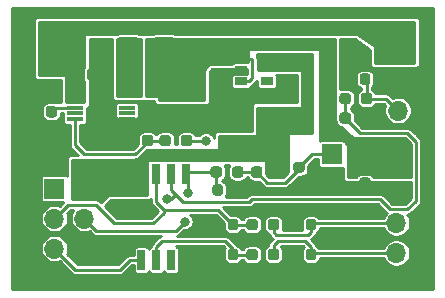
<source format=gbr>
G04 #@! TF.GenerationSoftware,KiCad,Pcbnew,(5.1.10)-1*
G04 #@! TF.CreationDate,2021-05-22T21:50:54-07:00*
G04 #@! TF.ProjectId,E-Bike,452d4269-6b65-42e6-9b69-6361645f7063,rev?*
G04 #@! TF.SameCoordinates,PX619eb90PY83695b8*
G04 #@! TF.FileFunction,Copper,L1,Top*
G04 #@! TF.FilePolarity,Positive*
%FSLAX45Y45*%
G04 Gerber Fmt 4.5, Leading zero omitted, Abs format (unit mm)*
G04 Created by KiCad (PCBNEW (5.1.10)-1) date 2021-05-22 21:50:54*
%MOMM*%
%LPD*%
G01*
G04 APERTURE LIST*
G04 #@! TA.AperFunction,ComponentPad*
%ADD10O,1.700000X1.700000*%
G04 #@! TD*
G04 #@! TA.AperFunction,ComponentPad*
%ADD11R,1.700000X1.700000*%
G04 #@! TD*
G04 #@! TA.AperFunction,SMDPad,CuDef*
%ADD12R,1.060000X0.650000*%
G04 #@! TD*
G04 #@! TA.AperFunction,SMDPad,CuDef*
%ADD13R,0.650000X1.700000*%
G04 #@! TD*
G04 #@! TA.AperFunction,SMDPad,CuDef*
%ADD14R,1.400000X0.300000*%
G04 #@! TD*
G04 #@! TA.AperFunction,SMDPad,CuDef*
%ADD15R,1.500000X3.600000*%
G04 #@! TD*
G04 #@! TA.AperFunction,ViaPad*
%ADD16C,0.800000*%
G04 #@! TD*
G04 #@! TA.AperFunction,Conductor*
%ADD17C,0.250000*%
G04 #@! TD*
G04 #@! TA.AperFunction,Conductor*
%ADD18C,0.254000*%
G04 #@! TD*
G04 #@! TA.AperFunction,Conductor*
%ADD19C,0.100000*%
G04 #@! TD*
G04 APERTURE END LIST*
D10*
X2667000Y850900D03*
D11*
X2667000Y1104900D03*
D10*
X571500Y304800D03*
X317500Y304800D03*
X571500Y558800D03*
X317500Y558800D03*
X571500Y812800D03*
D11*
X317500Y812800D03*
D12*
X2116600Y1911100D03*
X2116600Y1721100D03*
X1896600Y1721100D03*
X1896600Y1816100D03*
X1896600Y1911100D03*
D13*
X1054100Y936500D03*
X1181100Y936500D03*
X1308100Y936500D03*
X1435100Y936500D03*
X1435100Y206500D03*
X1308100Y206500D03*
X1181100Y206500D03*
X1054100Y206500D03*
D14*
X931200Y1598600D03*
X931200Y1548600D03*
X931200Y1498600D03*
X931200Y1448600D03*
X931200Y1398600D03*
X491200Y1398600D03*
X491200Y1448600D03*
X491200Y1498600D03*
X491200Y1548600D03*
X491200Y1598600D03*
G04 #@! TA.AperFunction,SMDPad,CuDef*
G36*
G01*
X2078400Y976250D02*
X2078400Y928750D01*
G75*
G02*
X2054650Y905000I-23750J0D01*
G01*
X2004650Y905000D01*
G75*
G02*
X1980900Y928750I0J23750D01*
G01*
X1980900Y976250D01*
G75*
G02*
X2004650Y1000000I23750J0D01*
G01*
X2054650Y1000000D01*
G75*
G02*
X2078400Y976250I0J-23750D01*
G01*
G37*
G04 #@! TD.AperFunction*
G04 #@! TA.AperFunction,SMDPad,CuDef*
G36*
G01*
X2260900Y976250D02*
X2260900Y928750D01*
G75*
G02*
X2237150Y905000I-23750J0D01*
G01*
X2187150Y905000D01*
G75*
G02*
X2163400Y928750I0J23750D01*
G01*
X2163400Y976250D01*
G75*
G02*
X2187150Y1000000I23750J0D01*
G01*
X2237150Y1000000D01*
G75*
G02*
X2260900Y976250I0J-23750D01*
G01*
G37*
G04 #@! TD.AperFunction*
G04 #@! TA.AperFunction,SMDPad,CuDef*
G36*
G01*
X2125300Y230250D02*
X2125300Y277750D01*
G75*
G02*
X2149050Y301500I23750J0D01*
G01*
X2199050Y301500D01*
G75*
G02*
X2222800Y277750I0J-23750D01*
G01*
X2222800Y230250D01*
G75*
G02*
X2199050Y206500I-23750J0D01*
G01*
X2149050Y206500D01*
G75*
G02*
X2125300Y230250I0J23750D01*
G01*
G37*
G04 #@! TD.AperFunction*
G04 #@! TA.AperFunction,SMDPad,CuDef*
G36*
G01*
X1942800Y230250D02*
X1942800Y277750D01*
G75*
G02*
X1966550Y301500I23750J0D01*
G01*
X2016550Y301500D01*
G75*
G02*
X2040300Y277750I0J-23750D01*
G01*
X2040300Y230250D01*
G75*
G02*
X2016550Y206500I-23750J0D01*
G01*
X1966550Y206500D01*
G75*
G02*
X1942800Y230250I0J23750D01*
G01*
G37*
G04 #@! TD.AperFunction*
G04 #@! TA.AperFunction,SMDPad,CuDef*
G36*
G01*
X2125300Y484250D02*
X2125300Y531750D01*
G75*
G02*
X2149050Y555500I23750J0D01*
G01*
X2199050Y555500D01*
G75*
G02*
X2222800Y531750I0J-23750D01*
G01*
X2222800Y484250D01*
G75*
G02*
X2199050Y460500I-23750J0D01*
G01*
X2149050Y460500D01*
G75*
G02*
X2125300Y484250I0J23750D01*
G01*
G37*
G04 #@! TD.AperFunction*
G04 #@! TA.AperFunction,SMDPad,CuDef*
G36*
G01*
X1942800Y484250D02*
X1942800Y531750D01*
G75*
G02*
X1966550Y555500I23750J0D01*
G01*
X2016550Y555500D01*
G75*
G02*
X2040300Y531750I0J-23750D01*
G01*
X2040300Y484250D01*
G75*
G02*
X2016550Y460500I-23750J0D01*
G01*
X1966550Y460500D01*
G75*
G02*
X1942800Y484250I0J23750D01*
G01*
G37*
G04 #@! TD.AperFunction*
G04 #@! TA.AperFunction,SMDPad,CuDef*
G36*
G01*
X1820500Y928750D02*
X1820500Y976250D01*
G75*
G02*
X1844250Y1000000I23750J0D01*
G01*
X1894250Y1000000D01*
G75*
G02*
X1918000Y976250I0J-23750D01*
G01*
X1918000Y928750D01*
G75*
G02*
X1894250Y905000I-23750J0D01*
G01*
X1844250Y905000D01*
G75*
G02*
X1820500Y928750I0J23750D01*
G01*
G37*
G04 #@! TD.AperFunction*
G04 #@! TA.AperFunction,SMDPad,CuDef*
G36*
G01*
X1638000Y928750D02*
X1638000Y976250D01*
G75*
G02*
X1661750Y1000000I23750J0D01*
G01*
X1711750Y1000000D01*
G75*
G02*
X1735500Y976250I0J-23750D01*
G01*
X1735500Y928750D01*
G75*
G02*
X1711750Y905000I-23750J0D01*
G01*
X1661750Y905000D01*
G75*
G02*
X1638000Y928750I0J23750D01*
G01*
G37*
G04 #@! TD.AperFunction*
G04 #@! TA.AperFunction,SMDPad,CuDef*
G36*
G01*
X2912700Y1551050D02*
X2912700Y1598550D01*
G75*
G02*
X2936450Y1622300I23750J0D01*
G01*
X2986450Y1622300D01*
G75*
G02*
X3010200Y1598550I0J-23750D01*
G01*
X3010200Y1551050D01*
G75*
G02*
X2986450Y1527300I-23750J0D01*
G01*
X2936450Y1527300D01*
G75*
G02*
X2912700Y1551050I0J23750D01*
G01*
G37*
G04 #@! TD.AperFunction*
G04 #@! TA.AperFunction,SMDPad,CuDef*
G36*
G01*
X2730200Y1551050D02*
X2730200Y1598550D01*
G75*
G02*
X2753950Y1622300I23750J0D01*
G01*
X2803950Y1622300D01*
G75*
G02*
X2827700Y1598550I0J-23750D01*
G01*
X2827700Y1551050D01*
G75*
G02*
X2803950Y1527300I-23750J0D01*
G01*
X2753950Y1527300D01*
G75*
G02*
X2730200Y1551050I0J23750D01*
G01*
G37*
G04 #@! TD.AperFunction*
G04 #@! TA.AperFunction,SMDPad,CuDef*
G36*
G01*
X2912700Y1385950D02*
X2912700Y1433450D01*
G75*
G02*
X2936450Y1457200I23750J0D01*
G01*
X2986450Y1457200D01*
G75*
G02*
X3010200Y1433450I0J-23750D01*
G01*
X3010200Y1385950D01*
G75*
G02*
X2986450Y1362200I-23750J0D01*
G01*
X2936450Y1362200D01*
G75*
G02*
X2912700Y1385950I0J23750D01*
G01*
G37*
G04 #@! TD.AperFunction*
G04 #@! TA.AperFunction,SMDPad,CuDef*
G36*
G01*
X2730200Y1385950D02*
X2730200Y1433450D01*
G75*
G02*
X2753950Y1457200I23750J0D01*
G01*
X2803950Y1457200D01*
G75*
G02*
X2827700Y1433450I0J-23750D01*
G01*
X2827700Y1385950D01*
G75*
G02*
X2803950Y1362200I-23750J0D01*
G01*
X2753950Y1362200D01*
G75*
G02*
X2730200Y1385950I0J23750D01*
G01*
G37*
G04 #@! TD.AperFunction*
G04 #@! TA.AperFunction,SMDPad,CuDef*
G36*
G01*
X973500Y1242950D02*
X973500Y1195450D01*
G75*
G02*
X949750Y1171700I-23750J0D01*
G01*
X899750Y1171700D01*
G75*
G02*
X876000Y1195450I0J23750D01*
G01*
X876000Y1242950D01*
G75*
G02*
X899750Y1266700I23750J0D01*
G01*
X949750Y1266700D01*
G75*
G02*
X973500Y1242950I0J-23750D01*
G01*
G37*
G04 #@! TD.AperFunction*
G04 #@! TA.AperFunction,SMDPad,CuDef*
G36*
G01*
X1156000Y1242950D02*
X1156000Y1195450D01*
G75*
G02*
X1132250Y1171700I-23750J0D01*
G01*
X1082250Y1171700D01*
G75*
G02*
X1058500Y1195450I0J23750D01*
G01*
X1058500Y1242950D01*
G75*
G02*
X1082250Y1266700I23750J0D01*
G01*
X1132250Y1266700D01*
G75*
G02*
X1156000Y1242950I0J-23750D01*
G01*
G37*
G04 #@! TD.AperFunction*
G04 #@! TA.AperFunction,SMDPad,CuDef*
G36*
G01*
X1303700Y1242950D02*
X1303700Y1195450D01*
G75*
G02*
X1279950Y1171700I-23750J0D01*
G01*
X1229950Y1171700D01*
G75*
G02*
X1206200Y1195450I0J23750D01*
G01*
X1206200Y1242950D01*
G75*
G02*
X1229950Y1266700I23750J0D01*
G01*
X1279950Y1266700D01*
G75*
G02*
X1303700Y1242950I0J-23750D01*
G01*
G37*
G04 #@! TD.AperFunction*
G04 #@! TA.AperFunction,SMDPad,CuDef*
G36*
G01*
X1486200Y1242950D02*
X1486200Y1195450D01*
G75*
G02*
X1462450Y1171700I-23750J0D01*
G01*
X1412450Y1171700D01*
G75*
G02*
X1388700Y1195450I0J23750D01*
G01*
X1388700Y1242950D01*
G75*
G02*
X1412450Y1266700I23750J0D01*
G01*
X1462450Y1266700D01*
G75*
G02*
X1486200Y1242950I0J-23750D01*
G01*
G37*
G04 #@! TD.AperFunction*
G04 #@! TA.AperFunction,SMDPad,CuDef*
G36*
G01*
X268350Y1329100D02*
X315850Y1329100D01*
G75*
G02*
X339600Y1305350I0J-23750D01*
G01*
X339600Y1255350D01*
G75*
G02*
X315850Y1231600I-23750J0D01*
G01*
X268350Y1231600D01*
G75*
G02*
X244600Y1255350I0J23750D01*
G01*
X244600Y1305350D01*
G75*
G02*
X268350Y1329100I23750J0D01*
G01*
G37*
G04 #@! TD.AperFunction*
G04 #@! TA.AperFunction,SMDPad,CuDef*
G36*
G01*
X268350Y1511600D02*
X315850Y1511600D01*
G75*
G02*
X339600Y1487850I0J-23750D01*
G01*
X339600Y1437850D01*
G75*
G02*
X315850Y1414100I-23750J0D01*
G01*
X268350Y1414100D01*
G75*
G02*
X244600Y1437850I0J23750D01*
G01*
X244600Y1487850D01*
G75*
G02*
X268350Y1511600I23750J0D01*
G01*
G37*
G04 #@! TD.AperFunction*
D15*
X1244700Y1917700D03*
X939700Y1917700D03*
D10*
X3225800Y1473200D03*
X3225800Y1727200D03*
D11*
X3225800Y1981200D03*
D10*
X3213100Y266700D03*
X3213100Y520700D03*
X3213100Y774700D03*
D11*
X3213100Y1028700D03*
G04 #@! TA.AperFunction,SMDPad,CuDef*
G36*
G01*
X2380500Y279000D02*
X2380500Y229000D01*
G75*
G02*
X2358000Y206500I-22500J0D01*
G01*
X2313000Y206500D01*
G75*
G02*
X2290500Y229000I0J22500D01*
G01*
X2290500Y279000D01*
G75*
G02*
X2313000Y301500I22500J0D01*
G01*
X2358000Y301500D01*
G75*
G02*
X2380500Y279000I0J-22500D01*
G01*
G37*
G04 #@! TD.AperFunction*
G04 #@! TA.AperFunction,SMDPad,CuDef*
G36*
G01*
X2535500Y279000D02*
X2535500Y229000D01*
G75*
G02*
X2513000Y206500I-22500J0D01*
G01*
X2468000Y206500D01*
G75*
G02*
X2445500Y229000I0J22500D01*
G01*
X2445500Y279000D01*
G75*
G02*
X2468000Y301500I22500J0D01*
G01*
X2513000Y301500D01*
G75*
G02*
X2535500Y279000I0J-22500D01*
G01*
G37*
G04 #@! TD.AperFunction*
G04 #@! TA.AperFunction,SMDPad,CuDef*
G36*
G01*
X2380500Y533000D02*
X2380500Y483000D01*
G75*
G02*
X2358000Y460500I-22500J0D01*
G01*
X2313000Y460500D01*
G75*
G02*
X2290500Y483000I0J22500D01*
G01*
X2290500Y533000D01*
G75*
G02*
X2313000Y555500I22500J0D01*
G01*
X2358000Y555500D01*
G75*
G02*
X2380500Y533000I0J-22500D01*
G01*
G37*
G04 #@! TD.AperFunction*
G04 #@! TA.AperFunction,SMDPad,CuDef*
G36*
G01*
X2535500Y533000D02*
X2535500Y483000D01*
G75*
G02*
X2513000Y460500I-22500J0D01*
G01*
X2468000Y460500D01*
G75*
G02*
X2445500Y483000I0J22500D01*
G01*
X2445500Y533000D01*
G75*
G02*
X2468000Y555500I22500J0D01*
G01*
X2513000Y555500D01*
G75*
G02*
X2535500Y533000I0J-22500D01*
G01*
G37*
G04 #@! TD.AperFunction*
G04 #@! TA.AperFunction,SMDPad,CuDef*
G36*
G01*
X2362600Y881900D02*
X2412600Y881900D01*
G75*
G02*
X2435100Y859400I0J-22500D01*
G01*
X2435100Y814400D01*
G75*
G02*
X2412600Y791900I-22500J0D01*
G01*
X2362600Y791900D01*
G75*
G02*
X2340100Y814400I0J22500D01*
G01*
X2340100Y859400D01*
G75*
G02*
X2362600Y881900I22500J0D01*
G01*
G37*
G04 #@! TD.AperFunction*
G04 #@! TA.AperFunction,SMDPad,CuDef*
G36*
G01*
X2362600Y1036900D02*
X2412600Y1036900D01*
G75*
G02*
X2435100Y1014400I0J-22500D01*
G01*
X2435100Y969400D01*
G75*
G02*
X2412600Y946900I-22500J0D01*
G01*
X2362600Y946900D01*
G75*
G02*
X2340100Y969400I0J22500D01*
G01*
X2340100Y1014400D01*
G75*
G02*
X2362600Y1036900I22500J0D01*
G01*
G37*
G04 #@! TD.AperFunction*
G04 #@! TA.AperFunction,SMDPad,CuDef*
G36*
G01*
X2921400Y907300D02*
X2971400Y907300D01*
G75*
G02*
X2993900Y884800I0J-22500D01*
G01*
X2993900Y839800D01*
G75*
G02*
X2971400Y817300I-22500J0D01*
G01*
X2921400Y817300D01*
G75*
G02*
X2898900Y839800I0J22500D01*
G01*
X2898900Y884800D01*
G75*
G02*
X2921400Y907300I22500J0D01*
G01*
G37*
G04 #@! TD.AperFunction*
G04 #@! TA.AperFunction,SMDPad,CuDef*
G36*
G01*
X2921400Y1062300D02*
X2971400Y1062300D01*
G75*
G02*
X2993900Y1039800I0J-22500D01*
G01*
X2993900Y994800D01*
G75*
G02*
X2971400Y972300I-22500J0D01*
G01*
X2921400Y972300D01*
G75*
G02*
X2898900Y994800I0J22500D01*
G01*
X2898900Y1039800D01*
G75*
G02*
X2921400Y1062300I22500J0D01*
G01*
G37*
G04 #@! TD.AperFunction*
G04 #@! TA.AperFunction,SMDPad,CuDef*
G36*
G01*
X2837700Y1764900D02*
X2837700Y1714900D01*
G75*
G02*
X2815200Y1692400I-22500J0D01*
G01*
X2770200Y1692400D01*
G75*
G02*
X2747700Y1714900I0J22500D01*
G01*
X2747700Y1764900D01*
G75*
G02*
X2770200Y1787400I22500J0D01*
G01*
X2815200Y1787400D01*
G75*
G02*
X2837700Y1764900I0J-22500D01*
G01*
G37*
G04 #@! TD.AperFunction*
G04 #@! TA.AperFunction,SMDPad,CuDef*
G36*
G01*
X2992700Y1764900D02*
X2992700Y1714900D01*
G75*
G02*
X2970200Y1692400I-22500J0D01*
G01*
X2925200Y1692400D01*
G75*
G02*
X2902700Y1714900I0J22500D01*
G01*
X2902700Y1764900D01*
G75*
G02*
X2925200Y1787400I22500J0D01*
G01*
X2970200Y1787400D01*
G75*
G02*
X2992700Y1764900I0J-22500D01*
G01*
G37*
G04 #@! TD.AperFunction*
G04 #@! TA.AperFunction,SMDPad,CuDef*
G36*
G01*
X1720100Y279000D02*
X1720100Y229000D01*
G75*
G02*
X1697600Y206500I-22500J0D01*
G01*
X1652600Y206500D01*
G75*
G02*
X1630100Y229000I0J22500D01*
G01*
X1630100Y279000D01*
G75*
G02*
X1652600Y301500I22500J0D01*
G01*
X1697600Y301500D01*
G75*
G02*
X1720100Y279000I0J-22500D01*
G01*
G37*
G04 #@! TD.AperFunction*
G04 #@! TA.AperFunction,SMDPad,CuDef*
G36*
G01*
X1875100Y279000D02*
X1875100Y229000D01*
G75*
G02*
X1852600Y206500I-22500J0D01*
G01*
X1807600Y206500D01*
G75*
G02*
X1785100Y229000I0J22500D01*
G01*
X1785100Y279000D01*
G75*
G02*
X1807600Y301500I22500J0D01*
G01*
X1852600Y301500D01*
G75*
G02*
X1875100Y279000I0J-22500D01*
G01*
G37*
G04 #@! TD.AperFunction*
G04 #@! TA.AperFunction,SMDPad,CuDef*
G36*
G01*
X1720100Y533000D02*
X1720100Y483000D01*
G75*
G02*
X1697600Y460500I-22500J0D01*
G01*
X1652600Y460500D01*
G75*
G02*
X1630100Y483000I0J22500D01*
G01*
X1630100Y533000D01*
G75*
G02*
X1652600Y555500I22500J0D01*
G01*
X1697600Y555500D01*
G75*
G02*
X1720100Y533000I0J-22500D01*
G01*
G37*
G04 #@! TD.AperFunction*
G04 #@! TA.AperFunction,SMDPad,CuDef*
G36*
G01*
X1875100Y533000D02*
X1875100Y483000D01*
G75*
G02*
X1852600Y460500I-22500J0D01*
G01*
X1807600Y460500D01*
G75*
G02*
X1785100Y483000I0J22500D01*
G01*
X1785100Y533000D01*
G75*
G02*
X1807600Y555500I22500J0D01*
G01*
X1852600Y555500D01*
G75*
G02*
X1875100Y533000I0J-22500D01*
G01*
G37*
G04 #@! TD.AperFunction*
G04 #@! TA.AperFunction,SMDPad,CuDef*
G36*
G01*
X1810500Y775100D02*
X1810500Y825100D01*
G75*
G02*
X1833000Y847600I22500J0D01*
G01*
X1878000Y847600D01*
G75*
G02*
X1900500Y825100I0J-22500D01*
G01*
X1900500Y775100D01*
G75*
G02*
X1878000Y752600I-22500J0D01*
G01*
X1833000Y752600D01*
G75*
G02*
X1810500Y775100I0J22500D01*
G01*
G37*
G04 #@! TD.AperFunction*
G04 #@! TA.AperFunction,SMDPad,CuDef*
G36*
G01*
X1655500Y775100D02*
X1655500Y825100D01*
G75*
G02*
X1678000Y847600I22500J0D01*
G01*
X1723000Y847600D01*
G75*
G02*
X1745500Y825100I0J-22500D01*
G01*
X1745500Y775100D01*
G75*
G02*
X1723000Y752600I-22500J0D01*
G01*
X1678000Y752600D01*
G75*
G02*
X1655500Y775100I0J22500D01*
G01*
G37*
G04 #@! TD.AperFunction*
G04 #@! TA.AperFunction,SMDPad,CuDef*
G36*
G01*
X2286400Y1783600D02*
X2336400Y1783600D01*
G75*
G02*
X2358900Y1761100I0J-22500D01*
G01*
X2358900Y1716100D01*
G75*
G02*
X2336400Y1693600I-22500J0D01*
G01*
X2286400Y1693600D01*
G75*
G02*
X2263900Y1716100I0J22500D01*
G01*
X2263900Y1761100D01*
G75*
G02*
X2286400Y1783600I22500J0D01*
G01*
G37*
G04 #@! TD.AperFunction*
G04 #@! TA.AperFunction,SMDPad,CuDef*
G36*
G01*
X2286400Y1938600D02*
X2336400Y1938600D01*
G75*
G02*
X2358900Y1916100I0J-22500D01*
G01*
X2358900Y1871100D01*
G75*
G02*
X2336400Y1848600I-22500J0D01*
G01*
X2286400Y1848600D01*
G75*
G02*
X2263900Y1871100I0J22500D01*
G01*
X2263900Y1916100D01*
G75*
G02*
X2286400Y1938600I22500J0D01*
G01*
G37*
G04 #@! TD.AperFunction*
G04 #@! TA.AperFunction,SMDPad,CuDef*
G36*
G01*
X1956600Y1439300D02*
X1956600Y1329300D01*
G75*
G02*
X1931600Y1304300I-25000J0D01*
G01*
X1721600Y1304300D01*
G75*
G02*
X1696600Y1329300I0J25000D01*
G01*
X1696600Y1439300D01*
G75*
G02*
X1721600Y1464300I25000J0D01*
G01*
X1931600Y1464300D01*
G75*
G02*
X1956600Y1439300I0J-25000D01*
G01*
G37*
G04 #@! TD.AperFunction*
G04 #@! TA.AperFunction,SMDPad,CuDef*
G36*
G01*
X2316600Y1439300D02*
X2316600Y1329300D01*
G75*
G02*
X2291600Y1304300I-25000J0D01*
G01*
X2081600Y1304300D01*
G75*
G02*
X2056600Y1329300I0J25000D01*
G01*
X2056600Y1439300D01*
G75*
G02*
X2081600Y1464300I25000J0D01*
G01*
X2291600Y1464300D01*
G75*
G02*
X2316600Y1439300I0J-25000D01*
G01*
G37*
G04 #@! TD.AperFunction*
G04 #@! TA.AperFunction,SMDPad,CuDef*
G36*
G01*
X1702200Y1809000D02*
X1752200Y1809000D01*
G75*
G02*
X1774700Y1786500I0J-22500D01*
G01*
X1774700Y1741500D01*
G75*
G02*
X1752200Y1719000I-22500J0D01*
G01*
X1702200Y1719000D01*
G75*
G02*
X1679700Y1741500I0J22500D01*
G01*
X1679700Y1786500D01*
G75*
G02*
X1702200Y1809000I22500J0D01*
G01*
G37*
G04 #@! TD.AperFunction*
G04 #@! TA.AperFunction,SMDPad,CuDef*
G36*
G01*
X1702200Y1964000D02*
X1752200Y1964000D01*
G75*
G02*
X1774700Y1941500I0J-22500D01*
G01*
X1774700Y1896500D01*
G75*
G02*
X1752200Y1874000I-22500J0D01*
G01*
X1702200Y1874000D01*
G75*
G02*
X1679700Y1896500I0J22500D01*
G01*
X1679700Y1941500D01*
G75*
G02*
X1702200Y1964000I22500J0D01*
G01*
G37*
G04 #@! TD.AperFunction*
G04 #@! TA.AperFunction,SMDPad,CuDef*
G36*
G01*
X1245000Y1491500D02*
X1295000Y1491500D01*
G75*
G02*
X1317500Y1469000I0J-22500D01*
G01*
X1317500Y1424000D01*
G75*
G02*
X1295000Y1401500I-22500J0D01*
G01*
X1245000Y1401500D01*
G75*
G02*
X1222500Y1424000I0J22500D01*
G01*
X1222500Y1469000D01*
G75*
G02*
X1245000Y1491500I22500J0D01*
G01*
G37*
G04 #@! TD.AperFunction*
G04 #@! TA.AperFunction,SMDPad,CuDef*
G36*
G01*
X1245000Y1646500D02*
X1295000Y1646500D01*
G75*
G02*
X1317500Y1624000I0J-22500D01*
G01*
X1317500Y1579000D01*
G75*
G02*
X1295000Y1556500I-22500J0D01*
G01*
X1245000Y1556500D01*
G75*
G02*
X1222500Y1579000I0J22500D01*
G01*
X1222500Y1624000D01*
G75*
G02*
X1245000Y1646500I22500J0D01*
G01*
G37*
G04 #@! TD.AperFunction*
G04 #@! TA.AperFunction,SMDPad,CuDef*
G36*
G01*
X1408200Y1510200D02*
X1538200Y1510200D01*
G75*
G02*
X1563200Y1485200I0J-25000D01*
G01*
X1563200Y1420200D01*
G75*
G02*
X1538200Y1395200I-25000J0D01*
G01*
X1408200Y1395200D01*
G75*
G02*
X1383200Y1420200I0J25000D01*
G01*
X1383200Y1485200D01*
G75*
G02*
X1408200Y1510200I25000J0D01*
G01*
G37*
G04 #@! TD.AperFunction*
G04 #@! TA.AperFunction,SMDPad,CuDef*
G36*
G01*
X1408200Y1805200D02*
X1538200Y1805200D01*
G75*
G02*
X1563200Y1780200I0J-25000D01*
G01*
X1563200Y1715200D01*
G75*
G02*
X1538200Y1690200I-25000J0D01*
G01*
X1408200Y1690200D01*
G75*
G02*
X1383200Y1715200I0J25000D01*
G01*
X1383200Y1780200D01*
G75*
G02*
X1408200Y1805200I25000J0D01*
G01*
G37*
G04 #@! TD.AperFunction*
G04 #@! TA.AperFunction,SMDPad,CuDef*
G36*
G01*
X838600Y704100D02*
X888600Y704100D01*
G75*
G02*
X911100Y681600I0J-22500D01*
G01*
X911100Y636600D01*
G75*
G02*
X888600Y614100I-22500J0D01*
G01*
X838600Y614100D01*
G75*
G02*
X816100Y636600I0J22500D01*
G01*
X816100Y681600D01*
G75*
G02*
X838600Y704100I22500J0D01*
G01*
G37*
G04 #@! TD.AperFunction*
G04 #@! TA.AperFunction,SMDPad,CuDef*
G36*
G01*
X838600Y859100D02*
X888600Y859100D01*
G75*
G02*
X911100Y836600I0J-22500D01*
G01*
X911100Y791600D01*
G75*
G02*
X888600Y769100I-22500J0D01*
G01*
X838600Y769100D01*
G75*
G02*
X816100Y791600I0J22500D01*
G01*
X816100Y836600D01*
G75*
G02*
X838600Y859100I22500J0D01*
G01*
G37*
G04 #@! TD.AperFunction*
G04 #@! TA.AperFunction,SMDPad,CuDef*
G36*
G01*
X674200Y1916200D02*
X674200Y2046200D01*
G75*
G02*
X699200Y2071200I25000J0D01*
G01*
X764200Y2071200D01*
G75*
G02*
X789200Y2046200I0J-25000D01*
G01*
X789200Y1916200D01*
G75*
G02*
X764200Y1891200I-25000J0D01*
G01*
X699200Y1891200D01*
G75*
G02*
X674200Y1916200I0J25000D01*
G01*
G37*
G04 #@! TD.AperFunction*
G04 #@! TA.AperFunction,SMDPad,CuDef*
G36*
G01*
X379200Y1916200D02*
X379200Y2046200D01*
G75*
G02*
X404200Y2071200I25000J0D01*
G01*
X469200Y2071200D01*
G75*
G02*
X494200Y2046200I0J-25000D01*
G01*
X494200Y1916200D01*
G75*
G02*
X469200Y1891200I-25000J0D01*
G01*
X404200Y1891200D01*
G75*
G02*
X379200Y1916200I0J25000D01*
G01*
G37*
G04 #@! TD.AperFunction*
G04 #@! TA.AperFunction,SMDPad,CuDef*
G36*
G01*
X591300Y1753000D02*
X591300Y1803000D01*
G75*
G02*
X613800Y1825500I22500J0D01*
G01*
X658800Y1825500D01*
G75*
G02*
X681300Y1803000I0J-22500D01*
G01*
X681300Y1753000D01*
G75*
G02*
X658800Y1730500I-22500J0D01*
G01*
X613800Y1730500D01*
G75*
G02*
X591300Y1753000I0J22500D01*
G01*
G37*
G04 #@! TD.AperFunction*
G04 #@! TA.AperFunction,SMDPad,CuDef*
G36*
G01*
X436300Y1753000D02*
X436300Y1803000D01*
G75*
G02*
X458800Y1825500I22500J0D01*
G01*
X503800Y1825500D01*
G75*
G02*
X526300Y1803000I0J-22500D01*
G01*
X526300Y1753000D01*
G75*
G02*
X503800Y1730500I-22500J0D01*
G01*
X458800Y1730500D01*
G75*
G02*
X436300Y1753000I0J22500D01*
G01*
G37*
G04 #@! TD.AperFunction*
D16*
X0Y2298700D03*
X0Y0D03*
X3479800Y2298700D03*
X508000Y0D03*
X1117600Y0D03*
X1714500Y0D03*
X2311400Y0D03*
X2882900Y0D03*
X3479800Y0D03*
X3479800Y381000D03*
X3479800Y774700D03*
X3479800Y1143000D03*
X3479800Y1536700D03*
X3479800Y1930400D03*
X508000Y2298700D03*
X2311400Y2298700D03*
X1117600Y2298700D03*
X1714500Y2298700D03*
X2882900Y2298700D03*
X0Y774700D03*
X0Y1143000D03*
X0Y1930400D03*
X0Y381000D03*
X0Y1536700D03*
X292100Y1143000D03*
X660400Y1612900D03*
X762000Y1612900D03*
X660400Y1511300D03*
X762000Y1511300D03*
X660400Y1409700D03*
X762000Y1409700D03*
X1104900Y1422400D03*
X2792700Y1878300D03*
X2311400Y1600200D03*
X1727200Y1587500D03*
X2006600Y800100D03*
X2222500Y647700D03*
X1549400Y469900D03*
X1066800Y609600D03*
X3098800Y1358900D03*
X1600200Y1219200D03*
X1549400Y1892300D03*
X1422400Y533400D03*
X1447800Y774700D03*
X1270000Y723900D03*
D17*
X292100Y1280350D02*
X292100Y1143000D01*
X2792700Y1739900D02*
X2792700Y1878300D01*
X1855500Y800100D02*
X2006600Y800100D01*
X2653000Y836900D02*
X2667000Y850900D01*
X2387600Y836900D02*
X2653000Y836900D01*
X3125500Y862300D02*
X3213100Y774700D01*
X2946400Y862300D02*
X3125500Y862300D01*
X2222500Y635000D02*
X2222500Y647700D01*
X2335500Y522000D02*
X2222500Y635000D01*
X2335500Y508000D02*
X2335500Y522000D01*
X1675100Y508000D02*
X1587500Y508000D01*
X1587500Y508000D02*
X1549400Y469900D01*
X863600Y659100D02*
X1004600Y659100D01*
X1054100Y609600D02*
X1066800Y609600D01*
X1004600Y659100D02*
X1054100Y609600D01*
X1675100Y39400D02*
X1714500Y0D01*
X1675100Y254000D02*
X1675100Y39400D01*
X1435100Y206500D02*
X1435100Y38100D01*
X1397000Y0D02*
X1117600Y0D01*
X1435100Y38100D02*
X1397000Y0D01*
X3048000Y1409700D02*
X3098800Y1358900D01*
X2961450Y1409700D02*
X3048000Y1409700D01*
X2335500Y24100D02*
X2311400Y0D01*
X2335500Y254000D02*
X2335500Y24100D01*
X491200Y1768100D02*
X481300Y1778000D01*
X2212150Y1358750D02*
X2186600Y1384300D01*
X2212150Y952500D02*
X2212150Y1358750D01*
X1437450Y1219200D02*
X1600200Y1219200D01*
X1987800Y1911100D02*
X1896600Y1911100D01*
X1993900Y1905000D02*
X1987800Y1911100D01*
X1993900Y1752600D02*
X1993900Y1905000D01*
X1962400Y1721100D02*
X1993900Y1752600D01*
X1896600Y1721100D02*
X1962400Y1721100D01*
X1451100Y952500D02*
X1435100Y936500D01*
X1686750Y952500D02*
X1451100Y952500D01*
X1686750Y813850D02*
X1700500Y800100D01*
X1686750Y952500D02*
X1686750Y813850D01*
X1447800Y923800D02*
X1435100Y936500D01*
X1447800Y774700D02*
X1447800Y923800D01*
X1346200Y457200D02*
X1422400Y533400D01*
X673100Y457200D02*
X1346200Y457200D01*
X571500Y558800D02*
X673100Y457200D01*
X1991550Y508000D02*
X1830100Y508000D01*
X1181100Y698500D02*
X1181100Y936500D01*
X1244600Y635000D02*
X1181100Y698500D01*
X1703100Y635000D02*
X1244600Y635000D01*
X1830100Y508000D02*
X1703100Y635000D01*
X1244600Y635000D02*
X1244600Y609600D01*
X1244600Y609600D02*
X1155700Y520700D01*
X1155700Y520700D02*
X825500Y520700D01*
X435000Y676300D02*
X317500Y558800D01*
X669900Y676300D02*
X435000Y676300D01*
X825500Y520700D02*
X669900Y676300D01*
X1991550Y254000D02*
X1830100Y254000D01*
X1830100Y254000D02*
X1830100Y303500D01*
X1830100Y303500D02*
X1765300Y368300D01*
X1765300Y368300D02*
X1231900Y368300D01*
X1181100Y317500D02*
X1181100Y206500D01*
X1231900Y368300D02*
X1181100Y317500D01*
X2961450Y1726150D02*
X2947700Y1739900D01*
X2961450Y1574800D02*
X2961450Y1726150D01*
X3124200Y1574800D02*
X3225800Y1473200D01*
X2961450Y1574800D02*
X3124200Y1574800D01*
X2503200Y266700D02*
X2490500Y254000D01*
X3213100Y266700D02*
X2503200Y266700D01*
X2490500Y254000D02*
X2490500Y316200D01*
X2490500Y316200D02*
X2438400Y368300D01*
X2438400Y368300D02*
X2209800Y368300D01*
X2174050Y332550D02*
X2174050Y254000D01*
X2209800Y368300D02*
X2174050Y332550D01*
X2490500Y445800D02*
X2490500Y508000D01*
X2463800Y419100D02*
X2490500Y445800D01*
X2197100Y419100D02*
X2463800Y419100D01*
X2174050Y442150D02*
X2197100Y419100D01*
X2174050Y508000D02*
X2174050Y442150D01*
X2503200Y520700D02*
X2490500Y508000D01*
X3213100Y520700D02*
X2503200Y520700D01*
X931200Y1896500D02*
X939700Y1905000D01*
X931200Y1598600D02*
X931200Y1896500D01*
X327850Y1498600D02*
X292100Y1462850D01*
X491200Y1498600D02*
X327850Y1498600D01*
X1254950Y1219200D02*
X1107250Y1219200D01*
X1107250Y1219200D02*
X1206500Y1219200D01*
X491200Y1185200D02*
X491200Y1398600D01*
X571500Y1104900D02*
X491200Y1185200D01*
X1003300Y1104900D02*
X571500Y1104900D01*
X1107250Y1208850D02*
X1003300Y1104900D01*
X1107250Y1219200D02*
X1107250Y1208850D01*
X2029650Y952500D02*
X1869250Y952500D01*
X2387600Y991900D02*
X2388900Y991900D01*
X2501900Y1104900D02*
X2667000Y1104900D01*
X2388900Y991900D02*
X2501900Y1104900D01*
X2387600Y977900D02*
X2387600Y991900D01*
X2273300Y863600D02*
X2387600Y977900D01*
X2118550Y863600D02*
X2273300Y863600D01*
X2029650Y952500D02*
X2118550Y863600D01*
X1054100Y206500D02*
X955800Y206500D01*
X955800Y206500D02*
X876300Y127000D01*
X495300Y127000D02*
X317500Y304800D01*
X876300Y127000D02*
X495300Y127000D01*
X1308100Y936500D02*
X1308100Y800100D01*
X2778950Y1409700D02*
X2778950Y1574800D01*
X1358900Y749300D02*
X1333500Y749300D01*
X1308100Y800100D02*
X1358900Y749300D01*
X1333500Y749300D02*
X1308100Y723900D01*
X1308100Y723900D02*
X1270000Y723900D01*
X2905950Y1282700D02*
X2778950Y1409700D01*
X3378200Y711200D02*
X3378200Y1206500D01*
X3159100Y638200D02*
X3305200Y638200D01*
X3302000Y1282700D02*
X2905950Y1282700D01*
X1993900Y723900D02*
X3073400Y723900D01*
X3378200Y1206500D02*
X3302000Y1282700D01*
X1968500Y698500D02*
X1993900Y723900D01*
X3073400Y723900D02*
X3159100Y638200D01*
X1409700Y698500D02*
X1968500Y698500D01*
X3305200Y638200D02*
X3378200Y711200D01*
X1358900Y749300D02*
X1409700Y698500D01*
D18*
X3365500Y1879600D02*
X3035300Y1879600D01*
X3035300Y2006600D01*
X3035056Y2009078D01*
X3034333Y2011460D01*
X3033160Y2013656D01*
X3031580Y2015580D01*
X3029645Y2017167D01*
X2877245Y2118767D01*
X2875048Y2119938D01*
X2872665Y2120659D01*
X2870200Y2120900D01*
X1342962Y2120900D01*
X1342934Y2120934D01*
X1337955Y2125021D01*
X1332274Y2128057D01*
X1326110Y2129927D01*
X1319700Y2130558D01*
X1169700Y2130558D01*
X1163290Y2129927D01*
X1157126Y2128057D01*
X1151445Y2125021D01*
X1146466Y2120934D01*
X1146438Y2120900D01*
X1037962Y2120900D01*
X1037934Y2120934D01*
X1032955Y2125021D01*
X1027274Y2128057D01*
X1021110Y2129927D01*
X1014700Y2130558D01*
X864700Y2130558D01*
X858290Y2129927D01*
X852126Y2128057D01*
X846445Y2125021D01*
X841466Y2120934D01*
X841438Y2120900D01*
X584200Y2120900D01*
X581722Y2120656D01*
X579340Y2119933D01*
X577144Y2118760D01*
X575220Y2117180D01*
X573640Y2115256D01*
X572467Y2113060D01*
X571744Y2110678D01*
X571500Y2108200D01*
X571500Y1838299D01*
X567771Y1833755D01*
X562656Y1824185D01*
X559506Y1813800D01*
X558442Y1803000D01*
X558442Y1753000D01*
X559506Y1742200D01*
X562656Y1731815D01*
X567771Y1722245D01*
X571500Y1717701D01*
X571500Y1544647D01*
X567610Y1545827D01*
X561200Y1546458D01*
X421200Y1546458D01*
X419100Y1546251D01*
X419100Y1765300D01*
X418856Y1767778D01*
X418133Y1770160D01*
X416960Y1772356D01*
X415380Y1774280D01*
X413456Y1775860D01*
X411260Y1777033D01*
X408878Y1777756D01*
X406400Y1778000D01*
X190500Y1778000D01*
X190500Y2222500D01*
X3365500Y2222500D01*
X3365500Y1879600D01*
G04 #@! TA.AperFunction,Conductor*
D19*
G36*
X3365500Y1879600D02*
G01*
X3035300Y1879600D01*
X3035300Y2006600D01*
X3035056Y2009078D01*
X3034333Y2011460D01*
X3033160Y2013656D01*
X3031580Y2015580D01*
X3029645Y2017167D01*
X2877245Y2118767D01*
X2875048Y2119938D01*
X2872665Y2120659D01*
X2870200Y2120900D01*
X1342962Y2120900D01*
X1342934Y2120934D01*
X1337955Y2125021D01*
X1332274Y2128057D01*
X1326110Y2129927D01*
X1319700Y2130558D01*
X1169700Y2130558D01*
X1163290Y2129927D01*
X1157126Y2128057D01*
X1151445Y2125021D01*
X1146466Y2120934D01*
X1146438Y2120900D01*
X1037962Y2120900D01*
X1037934Y2120934D01*
X1032955Y2125021D01*
X1027274Y2128057D01*
X1021110Y2129927D01*
X1014700Y2130558D01*
X864700Y2130558D01*
X858290Y2129927D01*
X852126Y2128057D01*
X846445Y2125021D01*
X841466Y2120934D01*
X841438Y2120900D01*
X584200Y2120900D01*
X581722Y2120656D01*
X579340Y2119933D01*
X577144Y2118760D01*
X575220Y2117180D01*
X573640Y2115256D01*
X572467Y2113060D01*
X571744Y2110678D01*
X571500Y2108200D01*
X571500Y1838299D01*
X567771Y1833755D01*
X562656Y1824185D01*
X559506Y1813800D01*
X558442Y1803000D01*
X558442Y1753000D01*
X559506Y1742200D01*
X562656Y1731815D01*
X567771Y1722245D01*
X571500Y1717701D01*
X571500Y1544647D01*
X567610Y1545827D01*
X561200Y1546458D01*
X421200Y1546458D01*
X419100Y1546251D01*
X419100Y1765300D01*
X418856Y1767778D01*
X418133Y1770160D01*
X416960Y1772356D01*
X415380Y1774280D01*
X413456Y1775860D01*
X411260Y1777033D01*
X408878Y1777756D01*
X406400Y1778000D01*
X190500Y1778000D01*
X190500Y2222500D01*
X3365500Y2222500D01*
X3365500Y1879600D01*
G37*
G04 #@! TD.AperFunction*
D18*
X805500Y1587500D02*
X806128Y1581120D01*
X807989Y1574986D01*
X811011Y1569333D01*
X815078Y1564378D01*
X820033Y1560311D01*
X825686Y1557289D01*
X831820Y1555428D01*
X838200Y1554800D01*
X845713Y1554800D01*
X848626Y1553243D01*
X854790Y1551373D01*
X861200Y1550742D01*
X1001200Y1550742D01*
X1007610Y1551373D01*
X1013774Y1553243D01*
X1016687Y1554800D01*
X1066800Y1554800D01*
X1073150Y1555425D01*
X1079500Y1554800D01*
X1161100Y1554800D01*
X1161100Y1549400D01*
X1161728Y1543020D01*
X1163589Y1536886D01*
X1166611Y1531233D01*
X1170678Y1526278D01*
X1175633Y1522211D01*
X1181286Y1519189D01*
X1187421Y1517328D01*
X1193800Y1516700D01*
X1600200Y1516700D01*
X1606579Y1517328D01*
X1612714Y1519189D01*
X1618367Y1522211D01*
X1623322Y1526278D01*
X1627389Y1531233D01*
X1630411Y1536886D01*
X1632272Y1543020D01*
X1632900Y1549400D01*
X1632900Y1802555D01*
X1651845Y1821500D01*
X1948700Y1821500D01*
X1948700Y1790700D01*
X1841500Y1790700D01*
X1839022Y1790456D01*
X1836640Y1789733D01*
X1834444Y1788560D01*
X1832520Y1786980D01*
X1827740Y1782201D01*
X1825345Y1780921D01*
X1820366Y1776834D01*
X1816279Y1771855D01*
X1814999Y1769460D01*
X1807120Y1761580D01*
X1805540Y1759656D01*
X1804367Y1757460D01*
X1803644Y1755078D01*
X1803400Y1752600D01*
X1803400Y1676400D01*
X1803644Y1673922D01*
X1804367Y1671540D01*
X1805540Y1669344D01*
X1807120Y1667420D01*
X1809044Y1665840D01*
X1811240Y1664667D01*
X1813622Y1663944D01*
X1816100Y1663700D01*
X1822395Y1663700D01*
X1825345Y1661279D01*
X1831026Y1658243D01*
X1837190Y1656373D01*
X1843600Y1655742D01*
X1949600Y1655742D01*
X1956010Y1656373D01*
X1962174Y1658243D01*
X1967855Y1661279D01*
X1970805Y1663700D01*
X2042395Y1663700D01*
X2045345Y1661279D01*
X2051026Y1658243D01*
X2057190Y1656373D01*
X2063600Y1655742D01*
X2169600Y1655742D01*
X2176010Y1656373D01*
X2182174Y1658243D01*
X2187855Y1661279D01*
X2192834Y1665366D01*
X2196921Y1670345D01*
X2197627Y1671666D01*
X2231480Y1705520D01*
X2233060Y1707444D01*
X2234233Y1709640D01*
X2234956Y1712022D01*
X2235200Y1714500D01*
X2235200Y1770700D01*
X2367600Y1770700D01*
X2367600Y1544000D01*
X2019300Y1544000D01*
X2012920Y1543372D01*
X2006786Y1541511D01*
X2001133Y1538489D01*
X1998953Y1536700D01*
X1981200Y1536700D01*
X1978722Y1536456D01*
X1976340Y1535733D01*
X1974144Y1534560D01*
X1972220Y1532980D01*
X1970640Y1531056D01*
X1969467Y1528860D01*
X1968744Y1526478D01*
X1968500Y1524000D01*
X1968500Y1333500D01*
X1016000Y1333500D01*
X1013522Y1333256D01*
X1011140Y1332533D01*
X1008944Y1331360D01*
X1007020Y1329780D01*
X1005440Y1327856D01*
X1004267Y1325660D01*
X1003544Y1323278D01*
X1003300Y1320800D01*
X1003300Y1219200D01*
X622300Y1219200D01*
X622300Y1513600D01*
X828342Y1513600D01*
X828342Y1483600D01*
X828973Y1477190D01*
X830062Y1473600D01*
X828973Y1470010D01*
X828342Y1463600D01*
X828342Y1433600D01*
X828973Y1427190D01*
X830843Y1421026D01*
X833879Y1415345D01*
X837966Y1410366D01*
X842945Y1406279D01*
X848626Y1403243D01*
X854790Y1401373D01*
X861200Y1400742D01*
X1001200Y1400742D01*
X1007610Y1401373D01*
X1013774Y1403243D01*
X1019455Y1406279D01*
X1024434Y1410366D01*
X1028521Y1415345D01*
X1031557Y1421026D01*
X1033427Y1427190D01*
X1034058Y1433600D01*
X1034058Y1463600D01*
X1033427Y1470010D01*
X1032338Y1473600D01*
X1033427Y1477190D01*
X1034058Y1483600D01*
X1034058Y1513600D01*
X1033427Y1520010D01*
X1031557Y1526174D01*
X1028521Y1531855D01*
X1024434Y1536834D01*
X1019455Y1540921D01*
X1013774Y1543957D01*
X1007610Y1545827D01*
X1001200Y1546458D01*
X861200Y1546458D01*
X854790Y1545827D01*
X848626Y1543957D01*
X842945Y1540921D01*
X837966Y1536834D01*
X833879Y1531855D01*
X830843Y1526174D01*
X828973Y1520010D01*
X828342Y1513600D01*
X622300Y1513600D01*
X622300Y2070100D01*
X805500Y2070100D01*
X805500Y1587500D01*
G04 #@! TA.AperFunction,Conductor*
D19*
G36*
X805500Y1587500D02*
G01*
X806128Y1581120D01*
X807989Y1574986D01*
X811011Y1569333D01*
X815078Y1564378D01*
X820033Y1560311D01*
X825686Y1557289D01*
X831820Y1555428D01*
X838200Y1554800D01*
X845713Y1554800D01*
X848626Y1553243D01*
X854790Y1551373D01*
X861200Y1550742D01*
X1001200Y1550742D01*
X1007610Y1551373D01*
X1013774Y1553243D01*
X1016687Y1554800D01*
X1066800Y1554800D01*
X1073150Y1555425D01*
X1079500Y1554800D01*
X1161100Y1554800D01*
X1161100Y1549400D01*
X1161728Y1543020D01*
X1163589Y1536886D01*
X1166611Y1531233D01*
X1170678Y1526278D01*
X1175633Y1522211D01*
X1181286Y1519189D01*
X1187421Y1517328D01*
X1193800Y1516700D01*
X1600200Y1516700D01*
X1606579Y1517328D01*
X1612714Y1519189D01*
X1618367Y1522211D01*
X1623322Y1526278D01*
X1627389Y1531233D01*
X1630411Y1536886D01*
X1632272Y1543020D01*
X1632900Y1549400D01*
X1632900Y1802555D01*
X1651845Y1821500D01*
X1948700Y1821500D01*
X1948700Y1790700D01*
X1841500Y1790700D01*
X1839022Y1790456D01*
X1836640Y1789733D01*
X1834444Y1788560D01*
X1832520Y1786980D01*
X1827740Y1782201D01*
X1825345Y1780921D01*
X1820366Y1776834D01*
X1816279Y1771855D01*
X1814999Y1769460D01*
X1807120Y1761580D01*
X1805540Y1759656D01*
X1804367Y1757460D01*
X1803644Y1755078D01*
X1803400Y1752600D01*
X1803400Y1676400D01*
X1803644Y1673922D01*
X1804367Y1671540D01*
X1805540Y1669344D01*
X1807120Y1667420D01*
X1809044Y1665840D01*
X1811240Y1664667D01*
X1813622Y1663944D01*
X1816100Y1663700D01*
X1822395Y1663700D01*
X1825345Y1661279D01*
X1831026Y1658243D01*
X1837190Y1656373D01*
X1843600Y1655742D01*
X1949600Y1655742D01*
X1956010Y1656373D01*
X1962174Y1658243D01*
X1967855Y1661279D01*
X1970805Y1663700D01*
X2042395Y1663700D01*
X2045345Y1661279D01*
X2051026Y1658243D01*
X2057190Y1656373D01*
X2063600Y1655742D01*
X2169600Y1655742D01*
X2176010Y1656373D01*
X2182174Y1658243D01*
X2187855Y1661279D01*
X2192834Y1665366D01*
X2196921Y1670345D01*
X2197627Y1671666D01*
X2231480Y1705520D01*
X2233060Y1707444D01*
X2234233Y1709640D01*
X2234956Y1712022D01*
X2235200Y1714500D01*
X2235200Y1770700D01*
X2367600Y1770700D01*
X2367600Y1544000D01*
X2019300Y1544000D01*
X2012920Y1543372D01*
X2006786Y1541511D01*
X2001133Y1538489D01*
X1998953Y1536700D01*
X1981200Y1536700D01*
X1978722Y1536456D01*
X1976340Y1535733D01*
X1974144Y1534560D01*
X1972220Y1532980D01*
X1970640Y1531056D01*
X1969467Y1528860D01*
X1968744Y1526478D01*
X1968500Y1524000D01*
X1968500Y1333500D01*
X1016000Y1333500D01*
X1013522Y1333256D01*
X1011140Y1332533D01*
X1008944Y1331360D01*
X1007020Y1329780D01*
X1005440Y1327856D01*
X1004267Y1325660D01*
X1003544Y1323278D01*
X1003300Y1320800D01*
X1003300Y1219200D01*
X622300Y1219200D01*
X622300Y1513600D01*
X828342Y1513600D01*
X828342Y1483600D01*
X828973Y1477190D01*
X830062Y1473600D01*
X828973Y1470010D01*
X828342Y1463600D01*
X828342Y1433600D01*
X828973Y1427190D01*
X830843Y1421026D01*
X833879Y1415345D01*
X837966Y1410366D01*
X842945Y1406279D01*
X848626Y1403243D01*
X854790Y1401373D01*
X861200Y1400742D01*
X1001200Y1400742D01*
X1007610Y1401373D01*
X1013774Y1403243D01*
X1019455Y1406279D01*
X1024434Y1410366D01*
X1028521Y1415345D01*
X1031557Y1421026D01*
X1033427Y1427190D01*
X1034058Y1433600D01*
X1034058Y1463600D01*
X1033427Y1470010D01*
X1032338Y1473600D01*
X1033427Y1477190D01*
X1034058Y1483600D01*
X1034058Y1513600D01*
X1033427Y1520010D01*
X1031557Y1526174D01*
X1028521Y1531855D01*
X1024434Y1536834D01*
X1019455Y1540921D01*
X1013774Y1543957D01*
X1007610Y1545827D01*
X1001200Y1546458D01*
X861200Y1546458D01*
X854790Y1545827D01*
X848626Y1543957D01*
X842945Y1540921D01*
X837966Y1536834D01*
X833879Y1531855D01*
X830843Y1526174D01*
X828973Y1520010D01*
X828342Y1513600D01*
X622300Y1513600D01*
X622300Y2070100D01*
X805500Y2070100D01*
X805500Y1587500D01*
G37*
G04 #@! TD.AperFunction*
D18*
X1046800Y1600200D02*
X850900Y1600200D01*
X850900Y2075500D01*
X1046800Y2075500D01*
X1046800Y1600200D01*
G04 #@! TA.AperFunction,Conductor*
D19*
G36*
X1046800Y1600200D02*
G01*
X850900Y1600200D01*
X850900Y2075500D01*
X1046800Y2075500D01*
X1046800Y1600200D01*
G37*
G04 #@! TD.AperFunction*
D18*
X2501900Y1282700D02*
X2311400Y1282700D01*
X2308922Y1282456D01*
X2306540Y1281733D01*
X2304344Y1280560D01*
X2302420Y1278980D01*
X2300840Y1277056D01*
X2299667Y1274860D01*
X2298944Y1272478D01*
X2298700Y1270000D01*
X2298700Y952922D01*
X2254578Y908800D01*
X2137272Y908800D01*
X2111258Y934814D01*
X2111258Y976250D01*
X2110171Y987294D01*
X2108200Y993790D01*
X2108200Y1041400D01*
X2107956Y1043878D01*
X2107233Y1046260D01*
X2106060Y1048456D01*
X2104480Y1050380D01*
X2102556Y1051960D01*
X2100360Y1053133D01*
X2097978Y1053856D01*
X2095500Y1054100D01*
X1470221Y1054100D01*
X1467600Y1054358D01*
X1402600Y1054358D01*
X1399979Y1054100D01*
X1343221Y1054100D01*
X1340600Y1054358D01*
X1275600Y1054358D01*
X1272979Y1054100D01*
X1216221Y1054100D01*
X1213600Y1054358D01*
X1148600Y1054358D01*
X1145979Y1054100D01*
X1117600Y1054100D01*
X1115122Y1053856D01*
X1112740Y1053133D01*
X1110544Y1051960D01*
X1108620Y1050380D01*
X1107040Y1048456D01*
X1105867Y1046260D01*
X1105144Y1043878D01*
X1104900Y1041400D01*
X1104900Y762000D01*
X787400Y762000D01*
X784922Y761756D01*
X782540Y761033D01*
X780344Y759860D01*
X779270Y759056D01*
X709340Y700782D01*
X703432Y706690D01*
X702016Y708416D01*
X695133Y714064D01*
X687281Y718261D01*
X678761Y720846D01*
X672120Y721500D01*
X669900Y721719D01*
X667679Y721500D01*
X469900Y721500D01*
X469900Y1054100D01*
X990600Y1054100D01*
X993078Y1054344D01*
X995460Y1055067D01*
X997656Y1056240D01*
X998963Y1057242D01*
X1001702Y1059639D01*
X1003300Y1059481D01*
X1005520Y1059700D01*
X1012161Y1060354D01*
X1020681Y1062939D01*
X1028533Y1067136D01*
X1035416Y1072784D01*
X1036832Y1074510D01*
X1101164Y1138842D01*
X1132250Y1138842D01*
X1143294Y1139930D01*
X1153416Y1143000D01*
X1208784Y1143000D01*
X1218906Y1139930D01*
X1229950Y1138842D01*
X1279950Y1138842D01*
X1290994Y1139930D01*
X1301116Y1143000D01*
X1391284Y1143000D01*
X1401406Y1139930D01*
X1412450Y1138842D01*
X1462450Y1138842D01*
X1473494Y1139930D01*
X1483616Y1143000D01*
X1701800Y1143000D01*
X1704278Y1143244D01*
X1706660Y1143967D01*
X1708856Y1145140D01*
X1710780Y1146720D01*
X1712360Y1148644D01*
X1713533Y1150840D01*
X1714256Y1153222D01*
X1714500Y1155700D01*
X1714500Y1257300D01*
X2019300Y1257300D01*
X2021778Y1257544D01*
X2024160Y1258267D01*
X2026356Y1259440D01*
X2028280Y1261020D01*
X2029860Y1262944D01*
X2031033Y1265140D01*
X2031756Y1267522D01*
X2032000Y1270000D01*
X2032000Y1498600D01*
X2400300Y1498600D01*
X2402778Y1498844D01*
X2405160Y1499567D01*
X2407356Y1500740D01*
X2409280Y1502320D01*
X2410860Y1504244D01*
X2412033Y1506440D01*
X2412756Y1508822D01*
X2413000Y1511300D01*
X2413000Y1803400D01*
X2412756Y1805878D01*
X2412033Y1808260D01*
X2410860Y1810456D01*
X2409280Y1812380D01*
X2407356Y1813960D01*
X2405160Y1815133D01*
X2402778Y1815856D01*
X2400300Y1816100D01*
X2340037Y1816100D01*
X2336400Y1816458D01*
X2286400Y1816458D01*
X2282763Y1816100D01*
X2039100Y1816100D01*
X2039100Y1902780D01*
X2039319Y1905000D01*
X2038446Y1913861D01*
X2036596Y1919961D01*
X2035861Y1922381D01*
X2032000Y1929605D01*
X2032000Y1948500D01*
X2501900Y1948500D01*
X2501900Y1282700D01*
G04 #@! TA.AperFunction,Conductor*
D19*
G36*
X2501900Y1282700D02*
G01*
X2311400Y1282700D01*
X2308922Y1282456D01*
X2306540Y1281733D01*
X2304344Y1280560D01*
X2302420Y1278980D01*
X2300840Y1277056D01*
X2299667Y1274860D01*
X2298944Y1272478D01*
X2298700Y1270000D01*
X2298700Y952922D01*
X2254578Y908800D01*
X2137272Y908800D01*
X2111258Y934814D01*
X2111258Y976250D01*
X2110171Y987294D01*
X2108200Y993790D01*
X2108200Y1041400D01*
X2107956Y1043878D01*
X2107233Y1046260D01*
X2106060Y1048456D01*
X2104480Y1050380D01*
X2102556Y1051960D01*
X2100360Y1053133D01*
X2097978Y1053856D01*
X2095500Y1054100D01*
X1470221Y1054100D01*
X1467600Y1054358D01*
X1402600Y1054358D01*
X1399979Y1054100D01*
X1343221Y1054100D01*
X1340600Y1054358D01*
X1275600Y1054358D01*
X1272979Y1054100D01*
X1216221Y1054100D01*
X1213600Y1054358D01*
X1148600Y1054358D01*
X1145979Y1054100D01*
X1117600Y1054100D01*
X1115122Y1053856D01*
X1112740Y1053133D01*
X1110544Y1051960D01*
X1108620Y1050380D01*
X1107040Y1048456D01*
X1105867Y1046260D01*
X1105144Y1043878D01*
X1104900Y1041400D01*
X1104900Y762000D01*
X787400Y762000D01*
X784922Y761756D01*
X782540Y761033D01*
X780344Y759860D01*
X779270Y759056D01*
X709340Y700782D01*
X703432Y706690D01*
X702016Y708416D01*
X695133Y714064D01*
X687281Y718261D01*
X678761Y720846D01*
X672120Y721500D01*
X669900Y721719D01*
X667679Y721500D01*
X469900Y721500D01*
X469900Y1054100D01*
X990600Y1054100D01*
X993078Y1054344D01*
X995460Y1055067D01*
X997656Y1056240D01*
X998963Y1057242D01*
X1001702Y1059639D01*
X1003300Y1059481D01*
X1005520Y1059700D01*
X1012161Y1060354D01*
X1020681Y1062939D01*
X1028533Y1067136D01*
X1035416Y1072784D01*
X1036832Y1074510D01*
X1101164Y1138842D01*
X1132250Y1138842D01*
X1143294Y1139930D01*
X1153416Y1143000D01*
X1208784Y1143000D01*
X1218906Y1139930D01*
X1229950Y1138842D01*
X1279950Y1138842D01*
X1290994Y1139930D01*
X1301116Y1143000D01*
X1391284Y1143000D01*
X1401406Y1139930D01*
X1412450Y1138842D01*
X1462450Y1138842D01*
X1473494Y1139930D01*
X1483616Y1143000D01*
X1701800Y1143000D01*
X1704278Y1143244D01*
X1706660Y1143967D01*
X1708856Y1145140D01*
X1710780Y1146720D01*
X1712360Y1148644D01*
X1713533Y1150840D01*
X1714256Y1153222D01*
X1714500Y1155700D01*
X1714500Y1257300D01*
X2019300Y1257300D01*
X2021778Y1257544D01*
X2024160Y1258267D01*
X2026356Y1259440D01*
X2028280Y1261020D01*
X2029860Y1262944D01*
X2031033Y1265140D01*
X2031756Y1267522D01*
X2032000Y1270000D01*
X2032000Y1498600D01*
X2400300Y1498600D01*
X2402778Y1498844D01*
X2405160Y1499567D01*
X2407356Y1500740D01*
X2409280Y1502320D01*
X2410860Y1504244D01*
X2412033Y1506440D01*
X2412756Y1508822D01*
X2413000Y1511300D01*
X2413000Y1803400D01*
X2412756Y1805878D01*
X2412033Y1808260D01*
X2410860Y1810456D01*
X2409280Y1812380D01*
X2407356Y1813960D01*
X2405160Y1815133D01*
X2402778Y1815856D01*
X2400300Y1816100D01*
X2340037Y1816100D01*
X2336400Y1816458D01*
X2286400Y1816458D01*
X2282763Y1816100D01*
X2039100Y1816100D01*
X2039100Y1902780D01*
X2039319Y1905000D01*
X2038446Y1913861D01*
X2036596Y1919961D01*
X2035861Y1922381D01*
X2032000Y1929605D01*
X2032000Y1948500D01*
X2501900Y1948500D01*
X2501900Y1282700D01*
G37*
G04 #@! TD.AperFunction*
D18*
X2692400Y1397000D02*
X2692644Y1394522D01*
X2693367Y1392140D01*
X2694540Y1389944D01*
X2696120Y1388020D01*
X2697342Y1386798D01*
X2697342Y1385950D01*
X2698430Y1374906D01*
X2701651Y1364287D01*
X2706882Y1354500D01*
X2713922Y1345922D01*
X2722500Y1338882D01*
X2732287Y1333651D01*
X2742906Y1330430D01*
X2753950Y1329342D01*
X2754798Y1329342D01*
X2835820Y1248320D01*
X2837744Y1246740D01*
X2839940Y1245567D01*
X2842322Y1244844D01*
X2844800Y1244600D01*
X2881345Y1244600D01*
X2888569Y1240739D01*
X2895106Y1238756D01*
X2897089Y1238154D01*
X2905950Y1237281D01*
X2908170Y1237500D01*
X3283278Y1237500D01*
X3333000Y1187778D01*
X3333000Y914400D01*
X3018046Y914400D01*
X3017429Y915555D01*
X3010544Y923944D01*
X3002155Y930829D01*
X2992585Y935944D01*
X2982200Y939094D01*
X2971400Y940158D01*
X2921400Y940158D01*
X2910600Y939094D01*
X2900215Y935944D01*
X2890645Y930829D01*
X2882256Y923944D01*
X2875371Y915555D01*
X2874754Y914400D01*
X2806700Y914400D01*
X2806700Y1181100D01*
X2806456Y1183578D01*
X2805733Y1185960D01*
X2804560Y1188156D01*
X2802980Y1190080D01*
X2801056Y1191660D01*
X2798860Y1192833D01*
X2796478Y1193556D01*
X2794000Y1193800D01*
X2784474Y1193800D01*
X2784227Y1196310D01*
X2782357Y1202474D01*
X2779321Y1208155D01*
X2775234Y1213134D01*
X2770255Y1217221D01*
X2764574Y1220257D01*
X2758410Y1222127D01*
X2752000Y1222758D01*
X2582000Y1222758D01*
X2575590Y1222127D01*
X2569426Y1220257D01*
X2565400Y1218105D01*
X2565400Y1981200D01*
X2565156Y1983678D01*
X2564433Y1986060D01*
X2563260Y1988256D01*
X2561680Y1990180D01*
X2559756Y1991760D01*
X2557560Y1992933D01*
X2555178Y1993656D01*
X2552700Y1993900D01*
X1968500Y1993900D01*
X1966022Y1993656D01*
X1963640Y1992933D01*
X1961444Y1991760D01*
X1959520Y1990180D01*
X1957940Y1988256D01*
X1956767Y1986060D01*
X1956044Y1983678D01*
X1955800Y1981200D01*
X1955800Y1880847D01*
X1949600Y1881458D01*
X1843600Y1881458D01*
X1837190Y1880827D01*
X1831026Y1878957D01*
X1825345Y1875921D01*
X1820366Y1871834D01*
X1816316Y1866900D01*
X1638300Y1866900D01*
X1635822Y1866656D01*
X1633440Y1865933D01*
X1631244Y1864760D01*
X1629320Y1863180D01*
X1591220Y1825080D01*
X1589640Y1823156D01*
X1588467Y1820960D01*
X1587744Y1818578D01*
X1587500Y1816100D01*
X1587500Y1562100D01*
X1206500Y1562100D01*
X1206500Y1587500D01*
X1206256Y1589978D01*
X1205533Y1592360D01*
X1204360Y1594556D01*
X1202780Y1596480D01*
X1200856Y1598060D01*
X1198660Y1599233D01*
X1196278Y1599956D01*
X1193800Y1600200D01*
X1092200Y1600200D01*
X1092200Y2075500D01*
X2692400Y2075500D01*
X2692400Y1397000D01*
G04 #@! TA.AperFunction,Conductor*
D19*
G36*
X2692400Y1397000D02*
G01*
X2692644Y1394522D01*
X2693367Y1392140D01*
X2694540Y1389944D01*
X2696120Y1388020D01*
X2697342Y1386798D01*
X2697342Y1385950D01*
X2698430Y1374906D01*
X2701651Y1364287D01*
X2706882Y1354500D01*
X2713922Y1345922D01*
X2722500Y1338882D01*
X2732287Y1333651D01*
X2742906Y1330430D01*
X2753950Y1329342D01*
X2754798Y1329342D01*
X2835820Y1248320D01*
X2837744Y1246740D01*
X2839940Y1245567D01*
X2842322Y1244844D01*
X2844800Y1244600D01*
X2881345Y1244600D01*
X2888569Y1240739D01*
X2895106Y1238756D01*
X2897089Y1238154D01*
X2905950Y1237281D01*
X2908170Y1237500D01*
X3283278Y1237500D01*
X3333000Y1187778D01*
X3333000Y914400D01*
X3018046Y914400D01*
X3017429Y915555D01*
X3010544Y923944D01*
X3002155Y930829D01*
X2992585Y935944D01*
X2982200Y939094D01*
X2971400Y940158D01*
X2921400Y940158D01*
X2910600Y939094D01*
X2900215Y935944D01*
X2890645Y930829D01*
X2882256Y923944D01*
X2875371Y915555D01*
X2874754Y914400D01*
X2806700Y914400D01*
X2806700Y1181100D01*
X2806456Y1183578D01*
X2805733Y1185960D01*
X2804560Y1188156D01*
X2802980Y1190080D01*
X2801056Y1191660D01*
X2798860Y1192833D01*
X2796478Y1193556D01*
X2794000Y1193800D01*
X2784474Y1193800D01*
X2784227Y1196310D01*
X2782357Y1202474D01*
X2779321Y1208155D01*
X2775234Y1213134D01*
X2770255Y1217221D01*
X2764574Y1220257D01*
X2758410Y1222127D01*
X2752000Y1222758D01*
X2582000Y1222758D01*
X2575590Y1222127D01*
X2569426Y1220257D01*
X2565400Y1218105D01*
X2565400Y1981200D01*
X2565156Y1983678D01*
X2564433Y1986060D01*
X2563260Y1988256D01*
X2561680Y1990180D01*
X2559756Y1991760D01*
X2557560Y1992933D01*
X2555178Y1993656D01*
X2552700Y1993900D01*
X1968500Y1993900D01*
X1966022Y1993656D01*
X1963640Y1992933D01*
X1961444Y1991760D01*
X1959520Y1990180D01*
X1957940Y1988256D01*
X1956767Y1986060D01*
X1956044Y1983678D01*
X1955800Y1981200D01*
X1955800Y1880847D01*
X1949600Y1881458D01*
X1843600Y1881458D01*
X1837190Y1880827D01*
X1831026Y1878957D01*
X1825345Y1875921D01*
X1820366Y1871834D01*
X1816316Y1866900D01*
X1638300Y1866900D01*
X1635822Y1866656D01*
X1633440Y1865933D01*
X1631244Y1864760D01*
X1629320Y1863180D01*
X1591220Y1825080D01*
X1589640Y1823156D01*
X1588467Y1820960D01*
X1587744Y1818578D01*
X1587500Y1816100D01*
X1587500Y1562100D01*
X1206500Y1562100D01*
X1206500Y1587500D01*
X1206256Y1589978D01*
X1205533Y1592360D01*
X1204360Y1594556D01*
X1202780Y1596480D01*
X1200856Y1598060D01*
X1198660Y1599233D01*
X1196278Y1599956D01*
X1193800Y1600200D01*
X1092200Y1600200D01*
X1092200Y2075500D01*
X2692400Y2075500D01*
X2692400Y1397000D01*
G37*
G04 #@! TD.AperFunction*
D18*
X3520800Y-41000D02*
X-41000Y-41000D01*
X-41000Y2235200D01*
X145100Y2235200D01*
X145100Y1765300D01*
X145728Y1758920D01*
X147589Y1752786D01*
X150611Y1747133D01*
X154678Y1742178D01*
X159633Y1738111D01*
X165286Y1735089D01*
X171421Y1733228D01*
X177800Y1732600D01*
X373700Y1732600D01*
X373700Y1543800D01*
X330070Y1543800D01*
X327850Y1544019D01*
X324081Y1543647D01*
X315850Y1544458D01*
X268350Y1544458D01*
X257306Y1543370D01*
X246687Y1540149D01*
X236900Y1534918D01*
X228322Y1527878D01*
X221282Y1519300D01*
X216051Y1509513D01*
X212829Y1498894D01*
X211742Y1487850D01*
X211742Y1437850D01*
X212829Y1426806D01*
X216051Y1416187D01*
X221282Y1406400D01*
X228322Y1397822D01*
X236900Y1390782D01*
X246687Y1385551D01*
X257306Y1382330D01*
X268350Y1381242D01*
X315850Y1381242D01*
X326894Y1382330D01*
X337513Y1385551D01*
X347300Y1390782D01*
X355878Y1397822D01*
X362918Y1406400D01*
X368149Y1416187D01*
X371370Y1426806D01*
X372458Y1437850D01*
X372458Y1453400D01*
X388342Y1453400D01*
X388342Y1433600D01*
X388973Y1427190D01*
X390062Y1423600D01*
X388973Y1420010D01*
X388342Y1413600D01*
X388342Y1383600D01*
X388973Y1377190D01*
X390843Y1371026D01*
X393879Y1365345D01*
X397966Y1360366D01*
X402945Y1356279D01*
X408626Y1353243D01*
X414790Y1351373D01*
X421200Y1350742D01*
X446000Y1350742D01*
X446000Y1187421D01*
X445781Y1185200D01*
X446654Y1176339D01*
X448248Y1171086D01*
X449239Y1167819D01*
X453436Y1159967D01*
X459084Y1153084D01*
X460810Y1151668D01*
X512978Y1099500D01*
X457200Y1099500D01*
X450820Y1098872D01*
X444686Y1097011D01*
X439033Y1093989D01*
X434078Y1089922D01*
X430011Y1084967D01*
X426989Y1079314D01*
X425128Y1073180D01*
X424500Y1066800D01*
X424500Y922047D01*
X420755Y925121D01*
X415074Y928157D01*
X408910Y930027D01*
X402500Y930658D01*
X232500Y930658D01*
X226090Y930027D01*
X219926Y928157D01*
X214245Y925121D01*
X209266Y921034D01*
X205179Y916055D01*
X202143Y910374D01*
X200273Y904210D01*
X199642Y897800D01*
X199642Y727800D01*
X200273Y721390D01*
X202143Y715226D01*
X205179Y709545D01*
X209266Y704566D01*
X214245Y700479D01*
X219926Y697443D01*
X226090Y695573D01*
X232500Y694942D01*
X389719Y694942D01*
X362384Y667606D01*
X351832Y671977D01*
X329092Y676500D01*
X305908Y676500D01*
X283168Y671977D01*
X261748Y663104D01*
X242471Y650224D01*
X226076Y633829D01*
X213196Y614552D01*
X204323Y593132D01*
X199800Y570392D01*
X199800Y547208D01*
X204323Y524468D01*
X213196Y503048D01*
X226076Y483771D01*
X242471Y467376D01*
X261748Y454496D01*
X283168Y445623D01*
X305908Y441100D01*
X329092Y441100D01*
X351832Y445623D01*
X373252Y454496D01*
X392529Y467376D01*
X408924Y483771D01*
X421804Y503048D01*
X430677Y524468D01*
X435200Y547208D01*
X435200Y570392D01*
X430677Y593132D01*
X426306Y603684D01*
X453723Y631100D01*
X478253Y631100D01*
X467196Y614552D01*
X458323Y593132D01*
X453800Y570392D01*
X453800Y547208D01*
X458323Y524468D01*
X467196Y503048D01*
X480076Y483771D01*
X496471Y467376D01*
X515748Y454496D01*
X537168Y445623D01*
X559908Y441100D01*
X583092Y441100D01*
X605832Y445623D01*
X616384Y449994D01*
X639568Y426809D01*
X640984Y425084D01*
X647867Y419436D01*
X648495Y419100D01*
X655719Y415239D01*
X664239Y412654D01*
X673100Y411781D01*
X675321Y412000D01*
X1220250Y412000D01*
X1214519Y410261D01*
X1206667Y406064D01*
X1199784Y400416D01*
X1198369Y398691D01*
X1150710Y351032D01*
X1148984Y349616D01*
X1143336Y342733D01*
X1140757Y337909D01*
X1139139Y334881D01*
X1136554Y326361D01*
X1136113Y321884D01*
X1136026Y321857D01*
X1130345Y318821D01*
X1125366Y314734D01*
X1121279Y309755D01*
X1118243Y304074D01*
X1117600Y301955D01*
X1116957Y304074D01*
X1113921Y309755D01*
X1109834Y314734D01*
X1104855Y318821D01*
X1099174Y321857D01*
X1093010Y323727D01*
X1086600Y324358D01*
X1021600Y324358D01*
X1015190Y323727D01*
X1009026Y321857D01*
X1003345Y318821D01*
X998366Y314734D01*
X994279Y309755D01*
X991243Y304074D01*
X989373Y297910D01*
X988742Y291500D01*
X988742Y251700D01*
X958020Y251700D01*
X955800Y251919D01*
X946939Y251046D01*
X941246Y249319D01*
X938419Y248461D01*
X930567Y244264D01*
X923684Y238616D01*
X922268Y236890D01*
X857578Y172200D01*
X514022Y172200D01*
X426306Y259916D01*
X430677Y270468D01*
X435200Y293208D01*
X435200Y316392D01*
X430677Y339132D01*
X421804Y360552D01*
X408924Y379829D01*
X392529Y396224D01*
X373252Y409104D01*
X351832Y417977D01*
X329092Y422500D01*
X305908Y422500D01*
X283168Y417977D01*
X261748Y409104D01*
X242471Y396224D01*
X226076Y379829D01*
X213196Y360552D01*
X204323Y339132D01*
X199800Y316392D01*
X199800Y293208D01*
X204323Y270468D01*
X213196Y249048D01*
X226076Y229771D01*
X242471Y213376D01*
X261748Y200496D01*
X283168Y191623D01*
X305908Y187100D01*
X329092Y187100D01*
X351832Y191623D01*
X362384Y195994D01*
X461768Y96609D01*
X463184Y94884D01*
X470067Y89236D01*
X477919Y85039D01*
X486439Y82454D01*
X495300Y81581D01*
X497520Y81800D01*
X874079Y81800D01*
X876300Y81581D01*
X878520Y81800D01*
X885161Y82454D01*
X893681Y85039D01*
X901533Y89236D01*
X908416Y94884D01*
X909832Y96610D01*
X974522Y161300D01*
X988742Y161300D01*
X988742Y121500D01*
X989373Y115090D01*
X991243Y108926D01*
X994279Y103245D01*
X998366Y98266D01*
X1003345Y94179D01*
X1009026Y91143D01*
X1015190Y89273D01*
X1021600Y88642D01*
X1086600Y88642D01*
X1093010Y89273D01*
X1099174Y91143D01*
X1104855Y94179D01*
X1109834Y98266D01*
X1113921Y103245D01*
X1116957Y108926D01*
X1117600Y111045D01*
X1118243Y108926D01*
X1121279Y103245D01*
X1125366Y98266D01*
X1130345Y94179D01*
X1136026Y91143D01*
X1142190Y89273D01*
X1148600Y88642D01*
X1213600Y88642D01*
X1220010Y89273D01*
X1226174Y91143D01*
X1231855Y94179D01*
X1236834Y98266D01*
X1240921Y103245D01*
X1243957Y108926D01*
X1244600Y111045D01*
X1245243Y108926D01*
X1248279Y103245D01*
X1252366Y98266D01*
X1257345Y94179D01*
X1263026Y91143D01*
X1269190Y89273D01*
X1275600Y88642D01*
X1340600Y88642D01*
X1347010Y89273D01*
X1353174Y91143D01*
X1358855Y94179D01*
X1363834Y98266D01*
X1367921Y103245D01*
X1370957Y108926D01*
X1372827Y115090D01*
X1373458Y121500D01*
X1373458Y291500D01*
X1372827Y297910D01*
X1370957Y304074D01*
X1367921Y309755D01*
X1363834Y314734D01*
X1358855Y318821D01*
X1353174Y321857D01*
X1349077Y323100D01*
X1746578Y323100D01*
X1760997Y308681D01*
X1756456Y300185D01*
X1753305Y289800D01*
X1752242Y279000D01*
X1752242Y229000D01*
X1753305Y218200D01*
X1756456Y207815D01*
X1761571Y198245D01*
X1768456Y189856D01*
X1776845Y182971D01*
X1786415Y177856D01*
X1796800Y174706D01*
X1807600Y173642D01*
X1852600Y173642D01*
X1863400Y174706D01*
X1873785Y177856D01*
X1883355Y182971D01*
X1891744Y189856D01*
X1898629Y198245D01*
X1903744Y207815D01*
X1904043Y208800D01*
X1914186Y208800D01*
X1914251Y208587D01*
X1919482Y198800D01*
X1926522Y190222D01*
X1935100Y183182D01*
X1944887Y177951D01*
X1955506Y174730D01*
X1966550Y173642D01*
X2016550Y173642D01*
X2027594Y174730D01*
X2038213Y177951D01*
X2048000Y183182D01*
X2056578Y190222D01*
X2063618Y198800D01*
X2068849Y208587D01*
X2072070Y219206D01*
X2073158Y230250D01*
X2073158Y277750D01*
X2072070Y288794D01*
X2068849Y299413D01*
X2063618Y309200D01*
X2056578Y317778D01*
X2048000Y324818D01*
X2038213Y330049D01*
X2027594Y333271D01*
X2016550Y334358D01*
X1966550Y334358D01*
X1955506Y333271D01*
X1944887Y330049D01*
X1935100Y324818D01*
X1926522Y317778D01*
X1919482Y309200D01*
X1914251Y299413D01*
X1914186Y299200D01*
X1904043Y299200D01*
X1903744Y300185D01*
X1898629Y309755D01*
X1891744Y318144D01*
X1883355Y325029D01*
X1873785Y330144D01*
X1864360Y333003D01*
X1862216Y335616D01*
X1860491Y337032D01*
X1798832Y398690D01*
X1797416Y400416D01*
X1790533Y406064D01*
X1782681Y410261D01*
X1774161Y412846D01*
X1767520Y413500D01*
X1765300Y413719D01*
X1763079Y413500D01*
X1357850Y413500D01*
X1363581Y415239D01*
X1371433Y419436D01*
X1378316Y425084D01*
X1379732Y426810D01*
X1413891Y460968D01*
X1415240Y460700D01*
X1429560Y460700D01*
X1443606Y463494D01*
X1456836Y468974D01*
X1468744Y476930D01*
X1478870Y487056D01*
X1486826Y498964D01*
X1492306Y512194D01*
X1495100Y526240D01*
X1495100Y540560D01*
X1492306Y554606D01*
X1486826Y567836D01*
X1478870Y579744D01*
X1468813Y589800D01*
X1684378Y589800D01*
X1752242Y521936D01*
X1752242Y483000D01*
X1753305Y472200D01*
X1756456Y461815D01*
X1761571Y452245D01*
X1768456Y443856D01*
X1776845Y436971D01*
X1786415Y431856D01*
X1796800Y428705D01*
X1807600Y427642D01*
X1852600Y427642D01*
X1863400Y428705D01*
X1873785Y431856D01*
X1883355Y436971D01*
X1891744Y443856D01*
X1898629Y452245D01*
X1903744Y461815D01*
X1904043Y462800D01*
X1914186Y462800D01*
X1914251Y462587D01*
X1919482Y452800D01*
X1926522Y444222D01*
X1935100Y437182D01*
X1944887Y431951D01*
X1955506Y428729D01*
X1966550Y427642D01*
X2016550Y427642D01*
X2027594Y428729D01*
X2038213Y431951D01*
X2048000Y437182D01*
X2056578Y444222D01*
X2063618Y452800D01*
X2068849Y462587D01*
X2072070Y473206D01*
X2073158Y484250D01*
X2073158Y531750D01*
X2072070Y542794D01*
X2068849Y553413D01*
X2063618Y563200D01*
X2056578Y571778D01*
X2048000Y578818D01*
X2038213Y584049D01*
X2027594Y587271D01*
X2016550Y588358D01*
X1966550Y588358D01*
X1955506Y587271D01*
X1944887Y584049D01*
X1935100Y578818D01*
X1926522Y571778D01*
X1919482Y563200D01*
X1914251Y553413D01*
X1914186Y553200D01*
X1904043Y553200D01*
X1903744Y554185D01*
X1898629Y563755D01*
X1891744Y572144D01*
X1883355Y579029D01*
X1873785Y584144D01*
X1863400Y587295D01*
X1852600Y588358D01*
X1813664Y588358D01*
X1748722Y653300D01*
X1966279Y653300D01*
X1968500Y653081D01*
X1970720Y653300D01*
X1977361Y653954D01*
X1985881Y656539D01*
X1993733Y660736D01*
X2000616Y666384D01*
X2002032Y668110D01*
X2012622Y678700D01*
X3054678Y678700D01*
X3125568Y607810D01*
X3126984Y606084D01*
X3129756Y603809D01*
X3121676Y595729D01*
X3108796Y576452D01*
X3104425Y565900D01*
X2557269Y565900D01*
X2552144Y572144D01*
X2543755Y579029D01*
X2534185Y584144D01*
X2523800Y587295D01*
X2513000Y588358D01*
X2468000Y588358D01*
X2457200Y587295D01*
X2446815Y584144D01*
X2437245Y579029D01*
X2428856Y572144D01*
X2421971Y563755D01*
X2416856Y554185D01*
X2413706Y543800D01*
X2412642Y533000D01*
X2412642Y483000D01*
X2413706Y472200D01*
X2416102Y464300D01*
X2251869Y464300D01*
X2254571Y473206D01*
X2255658Y484250D01*
X2255658Y531750D01*
X2254571Y542794D01*
X2251349Y553413D01*
X2246118Y563200D01*
X2239078Y571778D01*
X2230500Y578818D01*
X2220713Y584049D01*
X2210094Y587271D01*
X2199050Y588358D01*
X2149050Y588358D01*
X2138006Y587271D01*
X2127387Y584049D01*
X2117600Y578818D01*
X2109022Y571778D01*
X2101982Y563200D01*
X2096751Y553413D01*
X2093529Y542794D01*
X2092442Y531750D01*
X2092442Y484250D01*
X2093529Y473206D01*
X2096751Y462587D01*
X2101982Y452800D01*
X2109022Y444222D01*
X2117600Y437182D01*
X2127387Y431951D01*
X2130166Y431108D01*
X2132089Y424769D01*
X2135119Y419100D01*
X2136286Y416917D01*
X2141934Y410034D01*
X2143660Y408618D01*
X2163568Y388710D01*
X2164794Y387216D01*
X2143660Y366082D01*
X2141934Y364666D01*
X2136286Y357783D01*
X2132617Y350919D01*
X2132089Y349931D01*
X2129504Y341411D01*
X2128631Y332550D01*
X2128834Y330488D01*
X2127387Y330049D01*
X2117600Y324818D01*
X2109022Y317778D01*
X2101982Y309200D01*
X2096751Y299413D01*
X2093529Y288794D01*
X2092442Y277750D01*
X2092442Y230250D01*
X2093529Y219206D01*
X2096751Y208587D01*
X2101982Y198800D01*
X2109022Y190222D01*
X2117600Y183182D01*
X2127387Y177951D01*
X2138006Y174730D01*
X2149050Y173642D01*
X2199050Y173642D01*
X2210094Y174730D01*
X2220713Y177951D01*
X2230500Y183182D01*
X2239078Y190222D01*
X2246118Y198800D01*
X2251349Y208587D01*
X2254571Y219206D01*
X2255658Y230250D01*
X2255658Y277750D01*
X2254571Y288794D01*
X2251349Y299413D01*
X2246118Y309200D01*
X2239078Y317778D01*
X2232593Y323100D01*
X2419678Y323100D01*
X2426953Y315825D01*
X2421971Y309755D01*
X2416856Y300185D01*
X2413706Y289800D01*
X2412642Y279000D01*
X2412642Y229000D01*
X2413706Y218200D01*
X2416856Y207815D01*
X2421971Y198245D01*
X2428856Y189856D01*
X2437245Y182971D01*
X2446815Y177856D01*
X2457200Y174706D01*
X2468000Y173642D01*
X2513000Y173642D01*
X2523800Y174706D01*
X2534185Y177856D01*
X2543755Y182971D01*
X2552144Y189856D01*
X2559029Y198245D01*
X2564144Y207815D01*
X2567295Y218200D01*
X2567620Y221500D01*
X3104425Y221500D01*
X3108796Y210948D01*
X3121676Y191671D01*
X3138071Y175276D01*
X3157348Y162396D01*
X3178768Y153523D01*
X3201508Y149000D01*
X3224692Y149000D01*
X3247432Y153523D01*
X3268852Y162396D01*
X3288129Y175276D01*
X3304524Y191671D01*
X3317404Y210948D01*
X3326277Y232368D01*
X3330800Y255108D01*
X3330800Y278292D01*
X3326277Y301032D01*
X3317404Y322452D01*
X3304524Y341729D01*
X3288129Y358124D01*
X3268852Y371004D01*
X3247432Y379877D01*
X3224692Y384400D01*
X3201508Y384400D01*
X3178768Y379877D01*
X3157348Y371004D01*
X3138071Y358124D01*
X3121676Y341729D01*
X3108796Y322452D01*
X3104425Y311900D01*
X2557269Y311900D01*
X2552144Y318144D01*
X2543755Y325029D01*
X2534185Y330144D01*
X2533435Y330372D01*
X2532461Y333581D01*
X2528264Y341433D01*
X2522616Y348316D01*
X2520891Y349731D01*
X2489173Y381450D01*
X2495916Y386984D01*
X2497332Y388710D01*
X2520890Y412268D01*
X2522616Y413684D01*
X2528264Y420567D01*
X2532461Y428419D01*
X2533435Y431628D01*
X2534185Y431856D01*
X2543755Y436971D01*
X2552144Y443856D01*
X2559029Y452245D01*
X2564144Y461815D01*
X2567295Y472200D01*
X2567620Y475500D01*
X3104425Y475500D01*
X3108796Y464948D01*
X3121676Y445671D01*
X3138071Y429276D01*
X3157348Y416396D01*
X3178768Y407523D01*
X3201508Y403000D01*
X3224692Y403000D01*
X3247432Y407523D01*
X3268852Y416396D01*
X3288129Y429276D01*
X3304524Y445671D01*
X3317404Y464948D01*
X3326277Y486368D01*
X3330800Y509108D01*
X3330800Y532292D01*
X3326277Y555032D01*
X3317404Y576452D01*
X3306413Y592901D01*
X3307421Y593000D01*
X3314061Y593654D01*
X3322581Y596239D01*
X3330433Y600436D01*
X3337316Y606084D01*
X3338732Y607810D01*
X3408591Y677669D01*
X3410316Y679084D01*
X3415964Y685967D01*
X3420161Y693819D01*
X3422746Y702339D01*
X3423400Y708979D01*
X3423400Y708980D01*
X3423619Y711200D01*
X3423400Y713420D01*
X3423400Y1204280D01*
X3423619Y1206500D01*
X3422746Y1215361D01*
X3420161Y1223881D01*
X3415964Y1231733D01*
X3410316Y1238616D01*
X3408590Y1240032D01*
X3384841Y1263782D01*
X3383011Y1269814D01*
X3379989Y1275467D01*
X3375922Y1280422D01*
X3370967Y1284489D01*
X3365314Y1287511D01*
X3359282Y1289341D01*
X3335532Y1313090D01*
X3334116Y1314816D01*
X3327233Y1320464D01*
X3319381Y1324661D01*
X3310861Y1327246D01*
X3304220Y1327900D01*
X3302000Y1328119D01*
X3299779Y1327900D01*
X2924672Y1327900D01*
X2860558Y1392014D01*
X2860558Y1433450D01*
X2859470Y1444494D01*
X2856249Y1455113D01*
X2851018Y1464900D01*
X2843978Y1473478D01*
X2835400Y1480518D01*
X2825613Y1485749D01*
X2824150Y1486193D01*
X2824150Y1498307D01*
X2825613Y1498751D01*
X2835400Y1503982D01*
X2843978Y1511022D01*
X2851018Y1519600D01*
X2856249Y1529387D01*
X2859470Y1540006D01*
X2860558Y1551050D01*
X2860558Y1598550D01*
X2859470Y1609594D01*
X2856249Y1620213D01*
X2851018Y1630000D01*
X2843978Y1638578D01*
X2835400Y1645618D01*
X2825613Y1650849D01*
X2814994Y1654070D01*
X2803950Y1655158D01*
X2753950Y1655158D01*
X2742906Y1654070D01*
X2737800Y1652521D01*
X2737800Y1764900D01*
X2869842Y1764900D01*
X2869842Y1714900D01*
X2870905Y1704100D01*
X2874056Y1693715D01*
X2879171Y1684145D01*
X2886056Y1675756D01*
X2894445Y1668871D01*
X2904015Y1663756D01*
X2914400Y1660605D01*
X2916250Y1660423D01*
X2916250Y1651293D01*
X2914787Y1650849D01*
X2905000Y1645618D01*
X2896422Y1638578D01*
X2889382Y1630000D01*
X2884151Y1620213D01*
X2880929Y1609594D01*
X2879842Y1598550D01*
X2879842Y1551050D01*
X2880929Y1540006D01*
X2884151Y1529387D01*
X2889382Y1519600D01*
X2896422Y1511022D01*
X2905000Y1503982D01*
X2914787Y1498751D01*
X2925406Y1495529D01*
X2936450Y1494442D01*
X2986450Y1494442D01*
X2997494Y1495529D01*
X3008113Y1498751D01*
X3017900Y1503982D01*
X3026478Y1511022D01*
X3033518Y1519600D01*
X3038749Y1529387D01*
X3038814Y1529600D01*
X3105478Y1529600D01*
X3116994Y1518084D01*
X3112623Y1507532D01*
X3108100Y1484792D01*
X3108100Y1461608D01*
X3112623Y1438868D01*
X3121496Y1417448D01*
X3134376Y1398171D01*
X3150771Y1381776D01*
X3170048Y1368896D01*
X3191468Y1360023D01*
X3214208Y1355500D01*
X3237392Y1355500D01*
X3260132Y1360023D01*
X3281552Y1368896D01*
X3300829Y1381776D01*
X3317224Y1398171D01*
X3330104Y1417448D01*
X3338977Y1438868D01*
X3343500Y1461608D01*
X3343500Y1484792D01*
X3338977Y1507532D01*
X3330104Y1528952D01*
X3317224Y1548229D01*
X3300829Y1564624D01*
X3281552Y1577504D01*
X3260132Y1586377D01*
X3237392Y1590900D01*
X3214208Y1590900D01*
X3191468Y1586377D01*
X3180916Y1582006D01*
X3157732Y1605190D01*
X3156316Y1606916D01*
X3149433Y1612564D01*
X3141581Y1616761D01*
X3133061Y1619346D01*
X3126420Y1620000D01*
X3124200Y1620219D01*
X3121979Y1620000D01*
X3038814Y1620000D01*
X3038749Y1620213D01*
X3033518Y1630000D01*
X3026478Y1638578D01*
X3017900Y1645618D01*
X3008113Y1650849D01*
X3006650Y1651293D01*
X3006650Y1673545D01*
X3009344Y1675756D01*
X3016229Y1684145D01*
X3021344Y1693715D01*
X3024494Y1704100D01*
X3025558Y1714900D01*
X3025558Y1764900D01*
X3024494Y1775700D01*
X3021344Y1786085D01*
X3016229Y1795655D01*
X3009344Y1804044D01*
X3000955Y1810929D01*
X2991385Y1816044D01*
X2981000Y1819194D01*
X2970200Y1820258D01*
X2925200Y1820258D01*
X2914400Y1819194D01*
X2904015Y1816044D01*
X2894445Y1810929D01*
X2886056Y1804044D01*
X2879171Y1795655D01*
X2874056Y1786085D01*
X2870905Y1775700D01*
X2869842Y1764900D01*
X2737800Y1764900D01*
X2737800Y2075500D01*
X2860299Y2075500D01*
X2989900Y1989099D01*
X2989900Y1866900D01*
X2990528Y1860520D01*
X2992389Y1854386D01*
X2995411Y1848733D01*
X2999478Y1843778D01*
X3004433Y1839711D01*
X3010086Y1836689D01*
X3016220Y1834828D01*
X3022600Y1834200D01*
X3378200Y1834200D01*
X3384579Y1834828D01*
X3390714Y1836689D01*
X3396367Y1839711D01*
X3401322Y1843778D01*
X3405389Y1848733D01*
X3408411Y1854386D01*
X3410272Y1860520D01*
X3410900Y1866900D01*
X3410900Y2235200D01*
X3410272Y2241580D01*
X3408411Y2247714D01*
X3405389Y2253367D01*
X3401322Y2258322D01*
X3396367Y2262389D01*
X3390714Y2265411D01*
X3384579Y2267272D01*
X3378200Y2267900D01*
X177800Y2267900D01*
X171421Y2267272D01*
X165286Y2265411D01*
X159633Y2262389D01*
X154678Y2258322D01*
X150611Y2253367D01*
X147589Y2247714D01*
X145728Y2241580D01*
X145100Y2235200D01*
X-41000Y2235200D01*
X-41000Y2339700D01*
X3520800Y2339700D01*
X3520800Y-41000D01*
G04 #@! TA.AperFunction,Conductor*
D19*
G36*
X3520800Y-41000D02*
G01*
X-41000Y-41000D01*
X-41000Y2235200D01*
X145100Y2235200D01*
X145100Y1765300D01*
X145728Y1758920D01*
X147589Y1752786D01*
X150611Y1747133D01*
X154678Y1742178D01*
X159633Y1738111D01*
X165286Y1735089D01*
X171421Y1733228D01*
X177800Y1732600D01*
X373700Y1732600D01*
X373700Y1543800D01*
X330070Y1543800D01*
X327850Y1544019D01*
X324081Y1543647D01*
X315850Y1544458D01*
X268350Y1544458D01*
X257306Y1543370D01*
X246687Y1540149D01*
X236900Y1534918D01*
X228322Y1527878D01*
X221282Y1519300D01*
X216051Y1509513D01*
X212829Y1498894D01*
X211742Y1487850D01*
X211742Y1437850D01*
X212829Y1426806D01*
X216051Y1416187D01*
X221282Y1406400D01*
X228322Y1397822D01*
X236900Y1390782D01*
X246687Y1385551D01*
X257306Y1382330D01*
X268350Y1381242D01*
X315850Y1381242D01*
X326894Y1382330D01*
X337513Y1385551D01*
X347300Y1390782D01*
X355878Y1397822D01*
X362918Y1406400D01*
X368149Y1416187D01*
X371370Y1426806D01*
X372458Y1437850D01*
X372458Y1453400D01*
X388342Y1453400D01*
X388342Y1433600D01*
X388973Y1427190D01*
X390062Y1423600D01*
X388973Y1420010D01*
X388342Y1413600D01*
X388342Y1383600D01*
X388973Y1377190D01*
X390843Y1371026D01*
X393879Y1365345D01*
X397966Y1360366D01*
X402945Y1356279D01*
X408626Y1353243D01*
X414790Y1351373D01*
X421200Y1350742D01*
X446000Y1350742D01*
X446000Y1187421D01*
X445781Y1185200D01*
X446654Y1176339D01*
X448248Y1171086D01*
X449239Y1167819D01*
X453436Y1159967D01*
X459084Y1153084D01*
X460810Y1151668D01*
X512978Y1099500D01*
X457200Y1099500D01*
X450820Y1098872D01*
X444686Y1097011D01*
X439033Y1093989D01*
X434078Y1089922D01*
X430011Y1084967D01*
X426989Y1079314D01*
X425128Y1073180D01*
X424500Y1066800D01*
X424500Y922047D01*
X420755Y925121D01*
X415074Y928157D01*
X408910Y930027D01*
X402500Y930658D01*
X232500Y930658D01*
X226090Y930027D01*
X219926Y928157D01*
X214245Y925121D01*
X209266Y921034D01*
X205179Y916055D01*
X202143Y910374D01*
X200273Y904210D01*
X199642Y897800D01*
X199642Y727800D01*
X200273Y721390D01*
X202143Y715226D01*
X205179Y709545D01*
X209266Y704566D01*
X214245Y700479D01*
X219926Y697443D01*
X226090Y695573D01*
X232500Y694942D01*
X389719Y694942D01*
X362384Y667606D01*
X351832Y671977D01*
X329092Y676500D01*
X305908Y676500D01*
X283168Y671977D01*
X261748Y663104D01*
X242471Y650224D01*
X226076Y633829D01*
X213196Y614552D01*
X204323Y593132D01*
X199800Y570392D01*
X199800Y547208D01*
X204323Y524468D01*
X213196Y503048D01*
X226076Y483771D01*
X242471Y467376D01*
X261748Y454496D01*
X283168Y445623D01*
X305908Y441100D01*
X329092Y441100D01*
X351832Y445623D01*
X373252Y454496D01*
X392529Y467376D01*
X408924Y483771D01*
X421804Y503048D01*
X430677Y524468D01*
X435200Y547208D01*
X435200Y570392D01*
X430677Y593132D01*
X426306Y603684D01*
X453723Y631100D01*
X478253Y631100D01*
X467196Y614552D01*
X458323Y593132D01*
X453800Y570392D01*
X453800Y547208D01*
X458323Y524468D01*
X467196Y503048D01*
X480076Y483771D01*
X496471Y467376D01*
X515748Y454496D01*
X537168Y445623D01*
X559908Y441100D01*
X583092Y441100D01*
X605832Y445623D01*
X616384Y449994D01*
X639568Y426809D01*
X640984Y425084D01*
X647867Y419436D01*
X648495Y419100D01*
X655719Y415239D01*
X664239Y412654D01*
X673100Y411781D01*
X675321Y412000D01*
X1220250Y412000D01*
X1214519Y410261D01*
X1206667Y406064D01*
X1199784Y400416D01*
X1198369Y398691D01*
X1150710Y351032D01*
X1148984Y349616D01*
X1143336Y342733D01*
X1140757Y337909D01*
X1139139Y334881D01*
X1136554Y326361D01*
X1136113Y321884D01*
X1136026Y321857D01*
X1130345Y318821D01*
X1125366Y314734D01*
X1121279Y309755D01*
X1118243Y304074D01*
X1117600Y301955D01*
X1116957Y304074D01*
X1113921Y309755D01*
X1109834Y314734D01*
X1104855Y318821D01*
X1099174Y321857D01*
X1093010Y323727D01*
X1086600Y324358D01*
X1021600Y324358D01*
X1015190Y323727D01*
X1009026Y321857D01*
X1003345Y318821D01*
X998366Y314734D01*
X994279Y309755D01*
X991243Y304074D01*
X989373Y297910D01*
X988742Y291500D01*
X988742Y251700D01*
X958020Y251700D01*
X955800Y251919D01*
X946939Y251046D01*
X941246Y249319D01*
X938419Y248461D01*
X930567Y244264D01*
X923684Y238616D01*
X922268Y236890D01*
X857578Y172200D01*
X514022Y172200D01*
X426306Y259916D01*
X430677Y270468D01*
X435200Y293208D01*
X435200Y316392D01*
X430677Y339132D01*
X421804Y360552D01*
X408924Y379829D01*
X392529Y396224D01*
X373252Y409104D01*
X351832Y417977D01*
X329092Y422500D01*
X305908Y422500D01*
X283168Y417977D01*
X261748Y409104D01*
X242471Y396224D01*
X226076Y379829D01*
X213196Y360552D01*
X204323Y339132D01*
X199800Y316392D01*
X199800Y293208D01*
X204323Y270468D01*
X213196Y249048D01*
X226076Y229771D01*
X242471Y213376D01*
X261748Y200496D01*
X283168Y191623D01*
X305908Y187100D01*
X329092Y187100D01*
X351832Y191623D01*
X362384Y195994D01*
X461768Y96609D01*
X463184Y94884D01*
X470067Y89236D01*
X477919Y85039D01*
X486439Y82454D01*
X495300Y81581D01*
X497520Y81800D01*
X874079Y81800D01*
X876300Y81581D01*
X878520Y81800D01*
X885161Y82454D01*
X893681Y85039D01*
X901533Y89236D01*
X908416Y94884D01*
X909832Y96610D01*
X974522Y161300D01*
X988742Y161300D01*
X988742Y121500D01*
X989373Y115090D01*
X991243Y108926D01*
X994279Y103245D01*
X998366Y98266D01*
X1003345Y94179D01*
X1009026Y91143D01*
X1015190Y89273D01*
X1021600Y88642D01*
X1086600Y88642D01*
X1093010Y89273D01*
X1099174Y91143D01*
X1104855Y94179D01*
X1109834Y98266D01*
X1113921Y103245D01*
X1116957Y108926D01*
X1117600Y111045D01*
X1118243Y108926D01*
X1121279Y103245D01*
X1125366Y98266D01*
X1130345Y94179D01*
X1136026Y91143D01*
X1142190Y89273D01*
X1148600Y88642D01*
X1213600Y88642D01*
X1220010Y89273D01*
X1226174Y91143D01*
X1231855Y94179D01*
X1236834Y98266D01*
X1240921Y103245D01*
X1243957Y108926D01*
X1244600Y111045D01*
X1245243Y108926D01*
X1248279Y103245D01*
X1252366Y98266D01*
X1257345Y94179D01*
X1263026Y91143D01*
X1269190Y89273D01*
X1275600Y88642D01*
X1340600Y88642D01*
X1347010Y89273D01*
X1353174Y91143D01*
X1358855Y94179D01*
X1363834Y98266D01*
X1367921Y103245D01*
X1370957Y108926D01*
X1372827Y115090D01*
X1373458Y121500D01*
X1373458Y291500D01*
X1372827Y297910D01*
X1370957Y304074D01*
X1367921Y309755D01*
X1363834Y314734D01*
X1358855Y318821D01*
X1353174Y321857D01*
X1349077Y323100D01*
X1746578Y323100D01*
X1760997Y308681D01*
X1756456Y300185D01*
X1753305Y289800D01*
X1752242Y279000D01*
X1752242Y229000D01*
X1753305Y218200D01*
X1756456Y207815D01*
X1761571Y198245D01*
X1768456Y189856D01*
X1776845Y182971D01*
X1786415Y177856D01*
X1796800Y174706D01*
X1807600Y173642D01*
X1852600Y173642D01*
X1863400Y174706D01*
X1873785Y177856D01*
X1883355Y182971D01*
X1891744Y189856D01*
X1898629Y198245D01*
X1903744Y207815D01*
X1904043Y208800D01*
X1914186Y208800D01*
X1914251Y208587D01*
X1919482Y198800D01*
X1926522Y190222D01*
X1935100Y183182D01*
X1944887Y177951D01*
X1955506Y174730D01*
X1966550Y173642D01*
X2016550Y173642D01*
X2027594Y174730D01*
X2038213Y177951D01*
X2048000Y183182D01*
X2056578Y190222D01*
X2063618Y198800D01*
X2068849Y208587D01*
X2072070Y219206D01*
X2073158Y230250D01*
X2073158Y277750D01*
X2072070Y288794D01*
X2068849Y299413D01*
X2063618Y309200D01*
X2056578Y317778D01*
X2048000Y324818D01*
X2038213Y330049D01*
X2027594Y333271D01*
X2016550Y334358D01*
X1966550Y334358D01*
X1955506Y333271D01*
X1944887Y330049D01*
X1935100Y324818D01*
X1926522Y317778D01*
X1919482Y309200D01*
X1914251Y299413D01*
X1914186Y299200D01*
X1904043Y299200D01*
X1903744Y300185D01*
X1898629Y309755D01*
X1891744Y318144D01*
X1883355Y325029D01*
X1873785Y330144D01*
X1864360Y333003D01*
X1862216Y335616D01*
X1860491Y337032D01*
X1798832Y398690D01*
X1797416Y400416D01*
X1790533Y406064D01*
X1782681Y410261D01*
X1774161Y412846D01*
X1767520Y413500D01*
X1765300Y413719D01*
X1763079Y413500D01*
X1357850Y413500D01*
X1363581Y415239D01*
X1371433Y419436D01*
X1378316Y425084D01*
X1379732Y426810D01*
X1413891Y460968D01*
X1415240Y460700D01*
X1429560Y460700D01*
X1443606Y463494D01*
X1456836Y468974D01*
X1468744Y476930D01*
X1478870Y487056D01*
X1486826Y498964D01*
X1492306Y512194D01*
X1495100Y526240D01*
X1495100Y540560D01*
X1492306Y554606D01*
X1486826Y567836D01*
X1478870Y579744D01*
X1468813Y589800D01*
X1684378Y589800D01*
X1752242Y521936D01*
X1752242Y483000D01*
X1753305Y472200D01*
X1756456Y461815D01*
X1761571Y452245D01*
X1768456Y443856D01*
X1776845Y436971D01*
X1786415Y431856D01*
X1796800Y428705D01*
X1807600Y427642D01*
X1852600Y427642D01*
X1863400Y428705D01*
X1873785Y431856D01*
X1883355Y436971D01*
X1891744Y443856D01*
X1898629Y452245D01*
X1903744Y461815D01*
X1904043Y462800D01*
X1914186Y462800D01*
X1914251Y462587D01*
X1919482Y452800D01*
X1926522Y444222D01*
X1935100Y437182D01*
X1944887Y431951D01*
X1955506Y428729D01*
X1966550Y427642D01*
X2016550Y427642D01*
X2027594Y428729D01*
X2038213Y431951D01*
X2048000Y437182D01*
X2056578Y444222D01*
X2063618Y452800D01*
X2068849Y462587D01*
X2072070Y473206D01*
X2073158Y484250D01*
X2073158Y531750D01*
X2072070Y542794D01*
X2068849Y553413D01*
X2063618Y563200D01*
X2056578Y571778D01*
X2048000Y578818D01*
X2038213Y584049D01*
X2027594Y587271D01*
X2016550Y588358D01*
X1966550Y588358D01*
X1955506Y587271D01*
X1944887Y584049D01*
X1935100Y578818D01*
X1926522Y571778D01*
X1919482Y563200D01*
X1914251Y553413D01*
X1914186Y553200D01*
X1904043Y553200D01*
X1903744Y554185D01*
X1898629Y563755D01*
X1891744Y572144D01*
X1883355Y579029D01*
X1873785Y584144D01*
X1863400Y587295D01*
X1852600Y588358D01*
X1813664Y588358D01*
X1748722Y653300D01*
X1966279Y653300D01*
X1968500Y653081D01*
X1970720Y653300D01*
X1977361Y653954D01*
X1985881Y656539D01*
X1993733Y660736D01*
X2000616Y666384D01*
X2002032Y668110D01*
X2012622Y678700D01*
X3054678Y678700D01*
X3125568Y607810D01*
X3126984Y606084D01*
X3129756Y603809D01*
X3121676Y595729D01*
X3108796Y576452D01*
X3104425Y565900D01*
X2557269Y565900D01*
X2552144Y572144D01*
X2543755Y579029D01*
X2534185Y584144D01*
X2523800Y587295D01*
X2513000Y588358D01*
X2468000Y588358D01*
X2457200Y587295D01*
X2446815Y584144D01*
X2437245Y579029D01*
X2428856Y572144D01*
X2421971Y563755D01*
X2416856Y554185D01*
X2413706Y543800D01*
X2412642Y533000D01*
X2412642Y483000D01*
X2413706Y472200D01*
X2416102Y464300D01*
X2251869Y464300D01*
X2254571Y473206D01*
X2255658Y484250D01*
X2255658Y531750D01*
X2254571Y542794D01*
X2251349Y553413D01*
X2246118Y563200D01*
X2239078Y571778D01*
X2230500Y578818D01*
X2220713Y584049D01*
X2210094Y587271D01*
X2199050Y588358D01*
X2149050Y588358D01*
X2138006Y587271D01*
X2127387Y584049D01*
X2117600Y578818D01*
X2109022Y571778D01*
X2101982Y563200D01*
X2096751Y553413D01*
X2093529Y542794D01*
X2092442Y531750D01*
X2092442Y484250D01*
X2093529Y473206D01*
X2096751Y462587D01*
X2101982Y452800D01*
X2109022Y444222D01*
X2117600Y437182D01*
X2127387Y431951D01*
X2130166Y431108D01*
X2132089Y424769D01*
X2135119Y419100D01*
X2136286Y416917D01*
X2141934Y410034D01*
X2143660Y408618D01*
X2163568Y388710D01*
X2164794Y387216D01*
X2143660Y366082D01*
X2141934Y364666D01*
X2136286Y357783D01*
X2132617Y350919D01*
X2132089Y349931D01*
X2129504Y341411D01*
X2128631Y332550D01*
X2128834Y330488D01*
X2127387Y330049D01*
X2117600Y324818D01*
X2109022Y317778D01*
X2101982Y309200D01*
X2096751Y299413D01*
X2093529Y288794D01*
X2092442Y277750D01*
X2092442Y230250D01*
X2093529Y219206D01*
X2096751Y208587D01*
X2101982Y198800D01*
X2109022Y190222D01*
X2117600Y183182D01*
X2127387Y177951D01*
X2138006Y174730D01*
X2149050Y173642D01*
X2199050Y173642D01*
X2210094Y174730D01*
X2220713Y177951D01*
X2230500Y183182D01*
X2239078Y190222D01*
X2246118Y198800D01*
X2251349Y208587D01*
X2254571Y219206D01*
X2255658Y230250D01*
X2255658Y277750D01*
X2254571Y288794D01*
X2251349Y299413D01*
X2246118Y309200D01*
X2239078Y317778D01*
X2232593Y323100D01*
X2419678Y323100D01*
X2426953Y315825D01*
X2421971Y309755D01*
X2416856Y300185D01*
X2413706Y289800D01*
X2412642Y279000D01*
X2412642Y229000D01*
X2413706Y218200D01*
X2416856Y207815D01*
X2421971Y198245D01*
X2428856Y189856D01*
X2437245Y182971D01*
X2446815Y177856D01*
X2457200Y174706D01*
X2468000Y173642D01*
X2513000Y173642D01*
X2523800Y174706D01*
X2534185Y177856D01*
X2543755Y182971D01*
X2552144Y189856D01*
X2559029Y198245D01*
X2564144Y207815D01*
X2567295Y218200D01*
X2567620Y221500D01*
X3104425Y221500D01*
X3108796Y210948D01*
X3121676Y191671D01*
X3138071Y175276D01*
X3157348Y162396D01*
X3178768Y153523D01*
X3201508Y149000D01*
X3224692Y149000D01*
X3247432Y153523D01*
X3268852Y162396D01*
X3288129Y175276D01*
X3304524Y191671D01*
X3317404Y210948D01*
X3326277Y232368D01*
X3330800Y255108D01*
X3330800Y278292D01*
X3326277Y301032D01*
X3317404Y322452D01*
X3304524Y341729D01*
X3288129Y358124D01*
X3268852Y371004D01*
X3247432Y379877D01*
X3224692Y384400D01*
X3201508Y384400D01*
X3178768Y379877D01*
X3157348Y371004D01*
X3138071Y358124D01*
X3121676Y341729D01*
X3108796Y322452D01*
X3104425Y311900D01*
X2557269Y311900D01*
X2552144Y318144D01*
X2543755Y325029D01*
X2534185Y330144D01*
X2533435Y330372D01*
X2532461Y333581D01*
X2528264Y341433D01*
X2522616Y348316D01*
X2520891Y349731D01*
X2489173Y381450D01*
X2495916Y386984D01*
X2497332Y388710D01*
X2520890Y412268D01*
X2522616Y413684D01*
X2528264Y420567D01*
X2532461Y428419D01*
X2533435Y431628D01*
X2534185Y431856D01*
X2543755Y436971D01*
X2552144Y443856D01*
X2559029Y452245D01*
X2564144Y461815D01*
X2567295Y472200D01*
X2567620Y475500D01*
X3104425Y475500D01*
X3108796Y464948D01*
X3121676Y445671D01*
X3138071Y429276D01*
X3157348Y416396D01*
X3178768Y407523D01*
X3201508Y403000D01*
X3224692Y403000D01*
X3247432Y407523D01*
X3268852Y416396D01*
X3288129Y429276D01*
X3304524Y445671D01*
X3317404Y464948D01*
X3326277Y486368D01*
X3330800Y509108D01*
X3330800Y532292D01*
X3326277Y555032D01*
X3317404Y576452D01*
X3306413Y592901D01*
X3307421Y593000D01*
X3314061Y593654D01*
X3322581Y596239D01*
X3330433Y600436D01*
X3337316Y606084D01*
X3338732Y607810D01*
X3408591Y677669D01*
X3410316Y679084D01*
X3415964Y685967D01*
X3420161Y693819D01*
X3422746Y702339D01*
X3423400Y708979D01*
X3423400Y708980D01*
X3423619Y711200D01*
X3423400Y713420D01*
X3423400Y1204280D01*
X3423619Y1206500D01*
X3422746Y1215361D01*
X3420161Y1223881D01*
X3415964Y1231733D01*
X3410316Y1238616D01*
X3408590Y1240032D01*
X3384841Y1263782D01*
X3383011Y1269814D01*
X3379989Y1275467D01*
X3375922Y1280422D01*
X3370967Y1284489D01*
X3365314Y1287511D01*
X3359282Y1289341D01*
X3335532Y1313090D01*
X3334116Y1314816D01*
X3327233Y1320464D01*
X3319381Y1324661D01*
X3310861Y1327246D01*
X3304220Y1327900D01*
X3302000Y1328119D01*
X3299779Y1327900D01*
X2924672Y1327900D01*
X2860558Y1392014D01*
X2860558Y1433450D01*
X2859470Y1444494D01*
X2856249Y1455113D01*
X2851018Y1464900D01*
X2843978Y1473478D01*
X2835400Y1480518D01*
X2825613Y1485749D01*
X2824150Y1486193D01*
X2824150Y1498307D01*
X2825613Y1498751D01*
X2835400Y1503982D01*
X2843978Y1511022D01*
X2851018Y1519600D01*
X2856249Y1529387D01*
X2859470Y1540006D01*
X2860558Y1551050D01*
X2860558Y1598550D01*
X2859470Y1609594D01*
X2856249Y1620213D01*
X2851018Y1630000D01*
X2843978Y1638578D01*
X2835400Y1645618D01*
X2825613Y1650849D01*
X2814994Y1654070D01*
X2803950Y1655158D01*
X2753950Y1655158D01*
X2742906Y1654070D01*
X2737800Y1652521D01*
X2737800Y1764900D01*
X2869842Y1764900D01*
X2869842Y1714900D01*
X2870905Y1704100D01*
X2874056Y1693715D01*
X2879171Y1684145D01*
X2886056Y1675756D01*
X2894445Y1668871D01*
X2904015Y1663756D01*
X2914400Y1660605D01*
X2916250Y1660423D01*
X2916250Y1651293D01*
X2914787Y1650849D01*
X2905000Y1645618D01*
X2896422Y1638578D01*
X2889382Y1630000D01*
X2884151Y1620213D01*
X2880929Y1609594D01*
X2879842Y1598550D01*
X2879842Y1551050D01*
X2880929Y1540006D01*
X2884151Y1529387D01*
X2889382Y1519600D01*
X2896422Y1511022D01*
X2905000Y1503982D01*
X2914787Y1498751D01*
X2925406Y1495529D01*
X2936450Y1494442D01*
X2986450Y1494442D01*
X2997494Y1495529D01*
X3008113Y1498751D01*
X3017900Y1503982D01*
X3026478Y1511022D01*
X3033518Y1519600D01*
X3038749Y1529387D01*
X3038814Y1529600D01*
X3105478Y1529600D01*
X3116994Y1518084D01*
X3112623Y1507532D01*
X3108100Y1484792D01*
X3108100Y1461608D01*
X3112623Y1438868D01*
X3121496Y1417448D01*
X3134376Y1398171D01*
X3150771Y1381776D01*
X3170048Y1368896D01*
X3191468Y1360023D01*
X3214208Y1355500D01*
X3237392Y1355500D01*
X3260132Y1360023D01*
X3281552Y1368896D01*
X3300829Y1381776D01*
X3317224Y1398171D01*
X3330104Y1417448D01*
X3338977Y1438868D01*
X3343500Y1461608D01*
X3343500Y1484792D01*
X3338977Y1507532D01*
X3330104Y1528952D01*
X3317224Y1548229D01*
X3300829Y1564624D01*
X3281552Y1577504D01*
X3260132Y1586377D01*
X3237392Y1590900D01*
X3214208Y1590900D01*
X3191468Y1586377D01*
X3180916Y1582006D01*
X3157732Y1605190D01*
X3156316Y1606916D01*
X3149433Y1612564D01*
X3141581Y1616761D01*
X3133061Y1619346D01*
X3126420Y1620000D01*
X3124200Y1620219D01*
X3121979Y1620000D01*
X3038814Y1620000D01*
X3038749Y1620213D01*
X3033518Y1630000D01*
X3026478Y1638578D01*
X3017900Y1645618D01*
X3008113Y1650849D01*
X3006650Y1651293D01*
X3006650Y1673545D01*
X3009344Y1675756D01*
X3016229Y1684145D01*
X3021344Y1693715D01*
X3024494Y1704100D01*
X3025558Y1714900D01*
X3025558Y1764900D01*
X3024494Y1775700D01*
X3021344Y1786085D01*
X3016229Y1795655D01*
X3009344Y1804044D01*
X3000955Y1810929D01*
X2991385Y1816044D01*
X2981000Y1819194D01*
X2970200Y1820258D01*
X2925200Y1820258D01*
X2914400Y1819194D01*
X2904015Y1816044D01*
X2894445Y1810929D01*
X2886056Y1804044D01*
X2879171Y1795655D01*
X2874056Y1786085D01*
X2870905Y1775700D01*
X2869842Y1764900D01*
X2737800Y1764900D01*
X2737800Y2075500D01*
X2860299Y2075500D01*
X2989900Y1989099D01*
X2989900Y1866900D01*
X2990528Y1860520D01*
X2992389Y1854386D01*
X2995411Y1848733D01*
X2999478Y1843778D01*
X3004433Y1839711D01*
X3010086Y1836689D01*
X3016220Y1834828D01*
X3022600Y1834200D01*
X3378200Y1834200D01*
X3384579Y1834828D01*
X3390714Y1836689D01*
X3396367Y1839711D01*
X3401322Y1843778D01*
X3405389Y1848733D01*
X3408411Y1854386D01*
X3410272Y1860520D01*
X3410900Y1866900D01*
X3410900Y2235200D01*
X3410272Y2241580D01*
X3408411Y2247714D01*
X3405389Y2253367D01*
X3401322Y2258322D01*
X3396367Y2262389D01*
X3390714Y2265411D01*
X3384579Y2267272D01*
X3378200Y2267900D01*
X177800Y2267900D01*
X171421Y2267272D01*
X165286Y2265411D01*
X159633Y2262389D01*
X154678Y2258322D01*
X150611Y2253367D01*
X147589Y2247714D01*
X145728Y2241580D01*
X145100Y2235200D01*
X-41000Y2235200D01*
X-41000Y2339700D01*
X3520800Y2339700D01*
X3520800Y-41000D01*
G37*
G04 #@! TD.AperFunction*
D18*
X1135900Y700720D02*
X1135681Y698500D01*
X1136343Y691784D01*
X1136554Y689639D01*
X1139139Y681119D01*
X1143336Y673267D01*
X1148984Y666384D01*
X1150710Y664968D01*
X1193378Y622300D01*
X1136978Y565900D01*
X844222Y565900D01*
X741575Y668547D01*
X799239Y716600D01*
X1117600Y716600D01*
X1123980Y717228D01*
X1130114Y719089D01*
X1135767Y722111D01*
X1135900Y722220D01*
X1135900Y700720D01*
G04 #@! TA.AperFunction,Conductor*
D19*
G36*
X1135900Y700720D02*
G01*
X1135681Y698500D01*
X1136343Y691784D01*
X1136554Y689639D01*
X1139139Y681119D01*
X1143336Y673267D01*
X1148984Y666384D01*
X1150710Y664968D01*
X1193378Y622300D01*
X1136978Y565900D01*
X844222Y565900D01*
X741575Y668547D01*
X799239Y716600D01*
X1117600Y716600D01*
X1123980Y717228D01*
X1130114Y719089D01*
X1135767Y722111D01*
X1135900Y722220D01*
X1135900Y700720D01*
G37*
G04 #@! TD.AperFunction*
D18*
X2549142Y1019900D02*
X2549773Y1013490D01*
X2551643Y1007326D01*
X2554679Y1001645D01*
X2558766Y996666D01*
X2563745Y992579D01*
X2569426Y989543D01*
X2575590Y987673D01*
X2582000Y987042D01*
X2752000Y987042D01*
X2758410Y987673D01*
X2761300Y988550D01*
X2761300Y901700D01*
X2761928Y895320D01*
X2763789Y889186D01*
X2766811Y883533D01*
X2770878Y878578D01*
X2775833Y874511D01*
X2781486Y871489D01*
X2787621Y869628D01*
X2794000Y869000D01*
X3333000Y869000D01*
X3333000Y729922D01*
X3286478Y683400D01*
X3177822Y683400D01*
X3106932Y754290D01*
X3105516Y756016D01*
X3098633Y761664D01*
X3090781Y765861D01*
X3082261Y768446D01*
X3075620Y769100D01*
X3073400Y769319D01*
X3071179Y769100D01*
X1996120Y769100D01*
X1993900Y769319D01*
X1985039Y768446D01*
X1983517Y767984D01*
X1976519Y765861D01*
X1968667Y761664D01*
X1961784Y756016D01*
X1960368Y754290D01*
X1949778Y743700D01*
X1768500Y743700D01*
X1769029Y744345D01*
X1774144Y753915D01*
X1777294Y764300D01*
X1778358Y775100D01*
X1778358Y825100D01*
X1777294Y835900D01*
X1774144Y846285D01*
X1769029Y855855D01*
X1762144Y864244D01*
X1753755Y871129D01*
X1744185Y876244D01*
X1737066Y878404D01*
X1743200Y881682D01*
X1751778Y888722D01*
X1758818Y897300D01*
X1764049Y907087D01*
X1767270Y917706D01*
X1768358Y928750D01*
X1768358Y976250D01*
X1767270Y987294D01*
X1764049Y997913D01*
X1758818Y1007700D01*
X1757997Y1008700D01*
X1798003Y1008700D01*
X1797182Y1007700D01*
X1791951Y997913D01*
X1788729Y987294D01*
X1787642Y976250D01*
X1787642Y928750D01*
X1788729Y917706D01*
X1791951Y907087D01*
X1797182Y897300D01*
X1804222Y888722D01*
X1812800Y881682D01*
X1822587Y876451D01*
X1833206Y873229D01*
X1844250Y872142D01*
X1894250Y872142D01*
X1905294Y873229D01*
X1915913Y876451D01*
X1925700Y881682D01*
X1934278Y888722D01*
X1941318Y897300D01*
X1946549Y907087D01*
X1946614Y907300D01*
X1952286Y907300D01*
X1952351Y907087D01*
X1957582Y897300D01*
X1964622Y888722D01*
X1973200Y881682D01*
X1982987Y876451D01*
X1993606Y873229D01*
X2004650Y872142D01*
X2046086Y872142D01*
X2085018Y833209D01*
X2086434Y831484D01*
X2093317Y825836D01*
X2096017Y824392D01*
X2101169Y821639D01*
X2109689Y819054D01*
X2118550Y818181D01*
X2120771Y818400D01*
X2271080Y818400D01*
X2273300Y818181D01*
X2275521Y818400D01*
X2282161Y819054D01*
X2290681Y821639D01*
X2298533Y825836D01*
X2305416Y831484D01*
X2306832Y833210D01*
X2387664Y914042D01*
X2412600Y914042D01*
X2423400Y915105D01*
X2433785Y918256D01*
X2443355Y923371D01*
X2451744Y930256D01*
X2458629Y938645D01*
X2463744Y948215D01*
X2466895Y958600D01*
X2467958Y969400D01*
X2467958Y1007036D01*
X2520623Y1059700D01*
X2549142Y1059700D01*
X2549142Y1019900D01*
G04 #@! TA.AperFunction,Conductor*
D19*
G36*
X2549142Y1019900D02*
G01*
X2549773Y1013490D01*
X2551643Y1007326D01*
X2554679Y1001645D01*
X2558766Y996666D01*
X2563745Y992579D01*
X2569426Y989543D01*
X2575590Y987673D01*
X2582000Y987042D01*
X2752000Y987042D01*
X2758410Y987673D01*
X2761300Y988550D01*
X2761300Y901700D01*
X2761928Y895320D01*
X2763789Y889186D01*
X2766811Y883533D01*
X2770878Y878578D01*
X2775833Y874511D01*
X2781486Y871489D01*
X2787621Y869628D01*
X2794000Y869000D01*
X3333000Y869000D01*
X3333000Y729922D01*
X3286478Y683400D01*
X3177822Y683400D01*
X3106932Y754290D01*
X3105516Y756016D01*
X3098633Y761664D01*
X3090781Y765861D01*
X3082261Y768446D01*
X3075620Y769100D01*
X3073400Y769319D01*
X3071179Y769100D01*
X1996120Y769100D01*
X1993900Y769319D01*
X1985039Y768446D01*
X1983517Y767984D01*
X1976519Y765861D01*
X1968667Y761664D01*
X1961784Y756016D01*
X1960368Y754290D01*
X1949778Y743700D01*
X1768500Y743700D01*
X1769029Y744345D01*
X1774144Y753915D01*
X1777294Y764300D01*
X1778358Y775100D01*
X1778358Y825100D01*
X1777294Y835900D01*
X1774144Y846285D01*
X1769029Y855855D01*
X1762144Y864244D01*
X1753755Y871129D01*
X1744185Y876244D01*
X1737066Y878404D01*
X1743200Y881682D01*
X1751778Y888722D01*
X1758818Y897300D01*
X1764049Y907087D01*
X1767270Y917706D01*
X1768358Y928750D01*
X1768358Y976250D01*
X1767270Y987294D01*
X1764049Y997913D01*
X1758818Y1007700D01*
X1757997Y1008700D01*
X1798003Y1008700D01*
X1797182Y1007700D01*
X1791951Y997913D01*
X1788729Y987294D01*
X1787642Y976250D01*
X1787642Y928750D01*
X1788729Y917706D01*
X1791951Y907087D01*
X1797182Y897300D01*
X1804222Y888722D01*
X1812800Y881682D01*
X1822587Y876451D01*
X1833206Y873229D01*
X1844250Y872142D01*
X1894250Y872142D01*
X1905294Y873229D01*
X1915913Y876451D01*
X1925700Y881682D01*
X1934278Y888722D01*
X1941318Y897300D01*
X1946549Y907087D01*
X1946614Y907300D01*
X1952286Y907300D01*
X1952351Y907087D01*
X1957582Y897300D01*
X1964622Y888722D01*
X1973200Y881682D01*
X1982987Y876451D01*
X1993606Y873229D01*
X2004650Y872142D01*
X2046086Y872142D01*
X2085018Y833209D01*
X2086434Y831484D01*
X2093317Y825836D01*
X2096017Y824392D01*
X2101169Y821639D01*
X2109689Y819054D01*
X2118550Y818181D01*
X2120771Y818400D01*
X2271080Y818400D01*
X2273300Y818181D01*
X2275521Y818400D01*
X2282161Y819054D01*
X2290681Y821639D01*
X2298533Y825836D01*
X2305416Y831484D01*
X2306832Y833210D01*
X2387664Y914042D01*
X2412600Y914042D01*
X2423400Y915105D01*
X2433785Y918256D01*
X2443355Y923371D01*
X2451744Y930256D01*
X2458629Y938645D01*
X2463744Y948215D01*
X2466895Y958600D01*
X2467958Y969400D01*
X2467958Y1007036D01*
X2520623Y1059700D01*
X2549142Y1059700D01*
X2549142Y1019900D01*
G37*
G04 #@! TD.AperFunction*
D18*
X805500Y1587500D02*
X806128Y1581120D01*
X807989Y1574986D01*
X811011Y1569333D01*
X815078Y1564378D01*
X820033Y1560311D01*
X825686Y1557289D01*
X831820Y1555428D01*
X838200Y1554800D01*
X845713Y1554800D01*
X848626Y1553243D01*
X854790Y1551373D01*
X861200Y1550742D01*
X1001200Y1550742D01*
X1007610Y1551373D01*
X1013774Y1553243D01*
X1016687Y1554800D01*
X1066800Y1554800D01*
X1073150Y1555425D01*
X1079500Y1554800D01*
X1161100Y1554800D01*
X1161100Y1549400D01*
X1161728Y1543020D01*
X1163589Y1536886D01*
X1166611Y1531233D01*
X1170678Y1526278D01*
X1175633Y1522211D01*
X1181286Y1519189D01*
X1187421Y1517328D01*
X1193800Y1516700D01*
X1600200Y1516700D01*
X1606579Y1517328D01*
X1612714Y1519189D01*
X1618367Y1522211D01*
X1623322Y1526278D01*
X1627389Y1531233D01*
X1630411Y1536886D01*
X1632272Y1543020D01*
X1632900Y1549400D01*
X1632900Y1802555D01*
X1651845Y1821500D01*
X1948700Y1821500D01*
X1948700Y1786458D01*
X1843600Y1786458D01*
X1837190Y1785827D01*
X1831026Y1783957D01*
X1825345Y1780921D01*
X1820366Y1776834D01*
X1816279Y1771855D01*
X1813243Y1766174D01*
X1811373Y1760010D01*
X1810742Y1753600D01*
X1810742Y1688600D01*
X1811373Y1682190D01*
X1813243Y1676026D01*
X1816279Y1670345D01*
X1820366Y1665366D01*
X1825345Y1661279D01*
X1831026Y1658243D01*
X1837190Y1656373D01*
X1843600Y1655742D01*
X1949600Y1655742D01*
X1956010Y1656373D01*
X1962174Y1658243D01*
X1967855Y1661279D01*
X1972834Y1665366D01*
X1976921Y1670345D01*
X1979957Y1676026D01*
X1981118Y1679853D01*
X1987633Y1683336D01*
X1994516Y1688984D01*
X1995932Y1690710D01*
X2024291Y1719069D01*
X2026016Y1720484D01*
X2030742Y1726243D01*
X2030742Y1688600D01*
X2031373Y1682190D01*
X2033243Y1676026D01*
X2036279Y1670345D01*
X2040366Y1665366D01*
X2045345Y1661279D01*
X2051026Y1658243D01*
X2057190Y1656373D01*
X2063600Y1655742D01*
X2169600Y1655742D01*
X2176010Y1656373D01*
X2182174Y1658243D01*
X2187855Y1661279D01*
X2192834Y1665366D01*
X2196921Y1670345D01*
X2199957Y1676026D01*
X2201827Y1682190D01*
X2202458Y1688600D01*
X2202458Y1753600D01*
X2201827Y1760010D01*
X2199957Y1766174D01*
X2197538Y1770700D01*
X2367600Y1770700D01*
X2367600Y1544000D01*
X2019300Y1544000D01*
X2012920Y1543372D01*
X2006786Y1541511D01*
X2001133Y1538489D01*
X1996178Y1534422D01*
X1992111Y1529467D01*
X1989089Y1523814D01*
X1987228Y1517679D01*
X1986600Y1511300D01*
X1986600Y1302700D01*
X1701800Y1302700D01*
X1695420Y1302072D01*
X1689286Y1300211D01*
X1683633Y1297189D01*
X1678678Y1293122D01*
X1674611Y1288167D01*
X1671589Y1282514D01*
X1669728Y1276380D01*
X1669100Y1270000D01*
X1669100Y1242835D01*
X1664626Y1253636D01*
X1656670Y1265544D01*
X1646544Y1275670D01*
X1634636Y1283626D01*
X1621406Y1289106D01*
X1607360Y1291900D01*
X1593040Y1291900D01*
X1578994Y1289106D01*
X1565764Y1283626D01*
X1553856Y1275670D01*
X1543730Y1265544D01*
X1542966Y1264400D01*
X1514814Y1264400D01*
X1514749Y1264613D01*
X1509518Y1274400D01*
X1502478Y1282978D01*
X1493900Y1290018D01*
X1484113Y1295249D01*
X1473494Y1298471D01*
X1462450Y1299558D01*
X1412450Y1299558D01*
X1401406Y1298471D01*
X1390787Y1295249D01*
X1381000Y1290018D01*
X1372422Y1282978D01*
X1365382Y1274400D01*
X1360151Y1264613D01*
X1356930Y1253994D01*
X1355842Y1242950D01*
X1355842Y1195450D01*
X1356536Y1188400D01*
X1335864Y1188400D01*
X1336558Y1195450D01*
X1336558Y1242950D01*
X1335471Y1253994D01*
X1332249Y1264613D01*
X1327018Y1274400D01*
X1319978Y1282978D01*
X1311400Y1290018D01*
X1301613Y1295249D01*
X1290994Y1298471D01*
X1279950Y1299558D01*
X1229950Y1299558D01*
X1218906Y1298471D01*
X1208287Y1295249D01*
X1198500Y1290018D01*
X1189922Y1282978D01*
X1182882Y1274400D01*
X1181100Y1271066D01*
X1179318Y1274400D01*
X1172278Y1282978D01*
X1163700Y1290018D01*
X1153913Y1295249D01*
X1143294Y1298471D01*
X1132250Y1299558D01*
X1082250Y1299558D01*
X1071206Y1298471D01*
X1060587Y1295249D01*
X1050800Y1290018D01*
X1042222Y1282978D01*
X1035182Y1274400D01*
X1029951Y1264613D01*
X1026729Y1253994D01*
X1025642Y1242950D01*
X1025642Y1195450D01*
X1026026Y1191548D01*
X984578Y1150100D01*
X590223Y1150100D01*
X536400Y1203922D01*
X536400Y1350742D01*
X561200Y1350742D01*
X567610Y1351373D01*
X573774Y1353243D01*
X579455Y1356279D01*
X584434Y1360366D01*
X588521Y1365345D01*
X591557Y1371026D01*
X593427Y1377190D01*
X594058Y1383600D01*
X594058Y1413600D01*
X593427Y1420010D01*
X592338Y1423600D01*
X593427Y1427190D01*
X594058Y1433600D01*
X594058Y1463600D01*
X593427Y1470010D01*
X592338Y1473600D01*
X593427Y1477190D01*
X594058Y1483600D01*
X594058Y1492984D01*
X596714Y1493789D01*
X602367Y1496811D01*
X607322Y1500878D01*
X611389Y1505833D01*
X614411Y1511486D01*
X615052Y1513600D01*
X828342Y1513600D01*
X828342Y1483600D01*
X828973Y1477190D01*
X830062Y1473600D01*
X828973Y1470010D01*
X828342Y1463600D01*
X828342Y1433600D01*
X828973Y1427190D01*
X830843Y1421026D01*
X833879Y1415345D01*
X837966Y1410366D01*
X842945Y1406279D01*
X848626Y1403243D01*
X854790Y1401373D01*
X861200Y1400742D01*
X1001200Y1400742D01*
X1007610Y1401373D01*
X1013774Y1403243D01*
X1019455Y1406279D01*
X1024434Y1410366D01*
X1028521Y1415345D01*
X1031557Y1421026D01*
X1033427Y1427190D01*
X1034058Y1433600D01*
X1034058Y1463600D01*
X1033427Y1470010D01*
X1032338Y1473600D01*
X1033427Y1477190D01*
X1034058Y1483600D01*
X1034058Y1513600D01*
X1033427Y1520010D01*
X1031557Y1526174D01*
X1028521Y1531855D01*
X1024434Y1536834D01*
X1019455Y1540921D01*
X1013774Y1543957D01*
X1007610Y1545827D01*
X1001200Y1546458D01*
X861200Y1546458D01*
X854790Y1545827D01*
X848626Y1543957D01*
X842945Y1540921D01*
X837966Y1536834D01*
X833879Y1531855D01*
X830843Y1526174D01*
X828973Y1520010D01*
X828342Y1513600D01*
X615052Y1513600D01*
X616272Y1517620D01*
X616900Y1524000D01*
X616900Y2075500D01*
X805500Y2075500D01*
X805500Y1587500D01*
G04 #@! TA.AperFunction,Conductor*
D19*
G36*
X805500Y1587500D02*
G01*
X806128Y1581120D01*
X807989Y1574986D01*
X811011Y1569333D01*
X815078Y1564378D01*
X820033Y1560311D01*
X825686Y1557289D01*
X831820Y1555428D01*
X838200Y1554800D01*
X845713Y1554800D01*
X848626Y1553243D01*
X854790Y1551373D01*
X861200Y1550742D01*
X1001200Y1550742D01*
X1007610Y1551373D01*
X1013774Y1553243D01*
X1016687Y1554800D01*
X1066800Y1554800D01*
X1073150Y1555425D01*
X1079500Y1554800D01*
X1161100Y1554800D01*
X1161100Y1549400D01*
X1161728Y1543020D01*
X1163589Y1536886D01*
X1166611Y1531233D01*
X1170678Y1526278D01*
X1175633Y1522211D01*
X1181286Y1519189D01*
X1187421Y1517328D01*
X1193800Y1516700D01*
X1600200Y1516700D01*
X1606579Y1517328D01*
X1612714Y1519189D01*
X1618367Y1522211D01*
X1623322Y1526278D01*
X1627389Y1531233D01*
X1630411Y1536886D01*
X1632272Y1543020D01*
X1632900Y1549400D01*
X1632900Y1802555D01*
X1651845Y1821500D01*
X1948700Y1821500D01*
X1948700Y1786458D01*
X1843600Y1786458D01*
X1837190Y1785827D01*
X1831026Y1783957D01*
X1825345Y1780921D01*
X1820366Y1776834D01*
X1816279Y1771855D01*
X1813243Y1766174D01*
X1811373Y1760010D01*
X1810742Y1753600D01*
X1810742Y1688600D01*
X1811373Y1682190D01*
X1813243Y1676026D01*
X1816279Y1670345D01*
X1820366Y1665366D01*
X1825345Y1661279D01*
X1831026Y1658243D01*
X1837190Y1656373D01*
X1843600Y1655742D01*
X1949600Y1655742D01*
X1956010Y1656373D01*
X1962174Y1658243D01*
X1967855Y1661279D01*
X1972834Y1665366D01*
X1976921Y1670345D01*
X1979957Y1676026D01*
X1981118Y1679853D01*
X1987633Y1683336D01*
X1994516Y1688984D01*
X1995932Y1690710D01*
X2024291Y1719069D01*
X2026016Y1720484D01*
X2030742Y1726243D01*
X2030742Y1688600D01*
X2031373Y1682190D01*
X2033243Y1676026D01*
X2036279Y1670345D01*
X2040366Y1665366D01*
X2045345Y1661279D01*
X2051026Y1658243D01*
X2057190Y1656373D01*
X2063600Y1655742D01*
X2169600Y1655742D01*
X2176010Y1656373D01*
X2182174Y1658243D01*
X2187855Y1661279D01*
X2192834Y1665366D01*
X2196921Y1670345D01*
X2199957Y1676026D01*
X2201827Y1682190D01*
X2202458Y1688600D01*
X2202458Y1753600D01*
X2201827Y1760010D01*
X2199957Y1766174D01*
X2197538Y1770700D01*
X2367600Y1770700D01*
X2367600Y1544000D01*
X2019300Y1544000D01*
X2012920Y1543372D01*
X2006786Y1541511D01*
X2001133Y1538489D01*
X1996178Y1534422D01*
X1992111Y1529467D01*
X1989089Y1523814D01*
X1987228Y1517679D01*
X1986600Y1511300D01*
X1986600Y1302700D01*
X1701800Y1302700D01*
X1695420Y1302072D01*
X1689286Y1300211D01*
X1683633Y1297189D01*
X1678678Y1293122D01*
X1674611Y1288167D01*
X1671589Y1282514D01*
X1669728Y1276380D01*
X1669100Y1270000D01*
X1669100Y1242835D01*
X1664626Y1253636D01*
X1656670Y1265544D01*
X1646544Y1275670D01*
X1634636Y1283626D01*
X1621406Y1289106D01*
X1607360Y1291900D01*
X1593040Y1291900D01*
X1578994Y1289106D01*
X1565764Y1283626D01*
X1553856Y1275670D01*
X1543730Y1265544D01*
X1542966Y1264400D01*
X1514814Y1264400D01*
X1514749Y1264613D01*
X1509518Y1274400D01*
X1502478Y1282978D01*
X1493900Y1290018D01*
X1484113Y1295249D01*
X1473494Y1298471D01*
X1462450Y1299558D01*
X1412450Y1299558D01*
X1401406Y1298471D01*
X1390787Y1295249D01*
X1381000Y1290018D01*
X1372422Y1282978D01*
X1365382Y1274400D01*
X1360151Y1264613D01*
X1356930Y1253994D01*
X1355842Y1242950D01*
X1355842Y1195450D01*
X1356536Y1188400D01*
X1335864Y1188400D01*
X1336558Y1195450D01*
X1336558Y1242950D01*
X1335471Y1253994D01*
X1332249Y1264613D01*
X1327018Y1274400D01*
X1319978Y1282978D01*
X1311400Y1290018D01*
X1301613Y1295249D01*
X1290994Y1298471D01*
X1279950Y1299558D01*
X1229950Y1299558D01*
X1218906Y1298471D01*
X1208287Y1295249D01*
X1198500Y1290018D01*
X1189922Y1282978D01*
X1182882Y1274400D01*
X1181100Y1271066D01*
X1179318Y1274400D01*
X1172278Y1282978D01*
X1163700Y1290018D01*
X1153913Y1295249D01*
X1143294Y1298471D01*
X1132250Y1299558D01*
X1082250Y1299558D01*
X1071206Y1298471D01*
X1060587Y1295249D01*
X1050800Y1290018D01*
X1042222Y1282978D01*
X1035182Y1274400D01*
X1029951Y1264613D01*
X1026729Y1253994D01*
X1025642Y1242950D01*
X1025642Y1195450D01*
X1026026Y1191548D01*
X984578Y1150100D01*
X590223Y1150100D01*
X536400Y1203922D01*
X536400Y1350742D01*
X561200Y1350742D01*
X567610Y1351373D01*
X573774Y1353243D01*
X579455Y1356279D01*
X584434Y1360366D01*
X588521Y1365345D01*
X591557Y1371026D01*
X593427Y1377190D01*
X594058Y1383600D01*
X594058Y1413600D01*
X593427Y1420010D01*
X592338Y1423600D01*
X593427Y1427190D01*
X594058Y1433600D01*
X594058Y1463600D01*
X593427Y1470010D01*
X592338Y1473600D01*
X593427Y1477190D01*
X594058Y1483600D01*
X594058Y1492984D01*
X596714Y1493789D01*
X602367Y1496811D01*
X607322Y1500878D01*
X611389Y1505833D01*
X614411Y1511486D01*
X615052Y1513600D01*
X828342Y1513600D01*
X828342Y1483600D01*
X828973Y1477190D01*
X830062Y1473600D01*
X828973Y1470010D01*
X828342Y1463600D01*
X828342Y1433600D01*
X828973Y1427190D01*
X830843Y1421026D01*
X833879Y1415345D01*
X837966Y1410366D01*
X842945Y1406279D01*
X848626Y1403243D01*
X854790Y1401373D01*
X861200Y1400742D01*
X1001200Y1400742D01*
X1007610Y1401373D01*
X1013774Y1403243D01*
X1019455Y1406279D01*
X1024434Y1410366D01*
X1028521Y1415345D01*
X1031557Y1421026D01*
X1033427Y1427190D01*
X1034058Y1433600D01*
X1034058Y1463600D01*
X1033427Y1470010D01*
X1032338Y1473600D01*
X1033427Y1477190D01*
X1034058Y1483600D01*
X1034058Y1513600D01*
X1033427Y1520010D01*
X1031557Y1526174D01*
X1028521Y1531855D01*
X1024434Y1536834D01*
X1019455Y1540921D01*
X1013774Y1543957D01*
X1007610Y1545827D01*
X1001200Y1546458D01*
X861200Y1546458D01*
X854790Y1545827D01*
X848626Y1543957D01*
X842945Y1540921D01*
X837966Y1536834D01*
X833879Y1531855D01*
X830843Y1526174D01*
X828973Y1520010D01*
X828342Y1513600D01*
X615052Y1513600D01*
X616272Y1517620D01*
X616900Y1524000D01*
X616900Y2075500D01*
X805500Y2075500D01*
X805500Y1587500D01*
G37*
G04 #@! TD.AperFunction*
M02*

</source>
